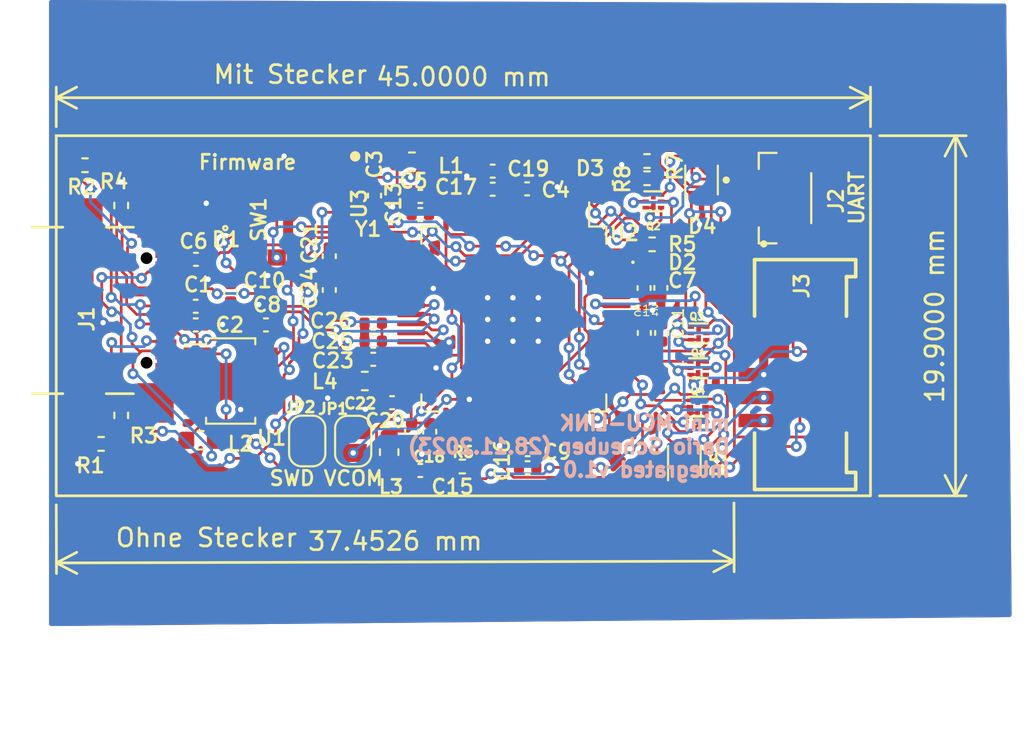
<source format=kicad_pcb>
(kicad_pcb (version 20221018) (generator pcbnew)
  (layers (0 "F.Cu" signal) (31 "B.Cu" signal) (34 "B.Paste" user) (35 "F.Paste" user) (36 "B.SilkS" user "B.Silkscreen") (37 "F.SilkS" user "F.Silkscreen") (38 "B.Mask" user) (39 "F.Mask" user) (44 "Edge.Cuts" user))
  (net 0 "")
  (net 1 "GND")
  (net 2 "+5V")
  (net 3 "/mini MCU-LINK Power and USB/MCU_VDDIO")
  (net 4 "/mini MCU-LINK Power and USB/USB_VBUS")
  (net 5 "+3V3")
  (net 6 "Net-(U2A-VBAT_DCDC)")
  (net 7 "/mini MCU-LINK Power and USB/Q-")
  (net 8 "Net-(U2A-FB)")
  (net 9 "/mini MCU-LINK Power and USB/Q+")
  (net 10 "/mini MCU-LINK Power and USB/USB_D-")
  (net 11 "/mini MCU-LINK Power and USB/USB_D+")
  (net 12 "/mini MCU-LINK Debug and UART interface/PIO0_5-ISP_EN-LED1_CTRL")
  (net 13 "Net-(D2-A)")
  (net 14 "/mini MCU-LINK Debug and UART interface/VCC")
  (net 15 "Net-(D3-A)")
  (net 16 "/mini MCU-LINK Debug and UART interface/DETECT")
  (net 17 "/mini MCU-LINK Debug and UART interface/TARGET_TXD")
  (net 18 "/mini MCU-LINK Debug and UART interface/RXD")
  (net 19 "/mini MCU-LINK Debug and UART interface/SWO")
  (net 20 "/mini MCU-LINK Debug and UART interface/SWCLK")
  (net 21 "/mini MCU-LINK Debug and UART interface/SWDIO")
  (net 22 "PROBE_SWDIO")
  (net 23 "Net-(J1-CC2)")
  (net 24 "PROBE_SWDCLK")
  (net 25 "Net-(J1-CC1)")
  (net 26 "/mini MCU-LINK Debug and UART interface/VCOM_DISABLE")
  (net 27 "/mini MCU-LINK Debug and UART interface/SWD_DISABLE")
  (net 28 "Net-(U2A-LX)")
  (net 29 "/mini MCU-LINK Debug and UART interface/RESET")
  (net 30 "/mini MCU-LINK Debug and UART interface/ISP_CTRL")
  (net 31 "Net-(U2B-USB1_VBUS)")
  (net 62 "/mini MCU-LINK Debug and UART interface/TARGET_RESET")
  (net 63 "/mini MCU-LINK Debug and UART interface/TARGET_ISP_CTRL")
  (net 64 "/mini MCU-LINK Debug and UART interface/TARGET_DETECT")
  (net 65 "/mini MCU-LINK Debug and UART interface/TARGET_RXD")
  (net 66 "/mini MCU-LINK Debug and UART interface/TARGET_SWO")
  (net 67 "/mini MCU-LINK Debug and UART interface/TARGET_SWCLK")
  (net 68 "/mini MCU-LINK Debug and UART interface/TARGET_SWDIO")
  (net 69 "/mini MCU-LINK Debug and UART interface/TXD")
  (footprint "Capacitor_SMD:C_0402_1005Metric" (layer "F.Cu") (at 113.09006 74.711492 -90)
    (fp_text reference "C3")
    (fp_text value "4u7")
  )
  (footprint "mculink:JST_BM03B-SRSS-TB_LF__SN_" (layer "F.Cu") (at 136.525 74.85 -90)
    (fp_text reference "J2")
    (fp_text value "BM03B-SRSS-TB")
  )
  (footprint "mculink:LQFP-64-1EP_10x10mm_P0.5mm_EP5x5mm" (layer "F.Cu") (at 120.79006 81.531492 -90)
    (fp_text reference "U2")
    (fp_text value "LPC55S69JBD64")
  )
  (footprint "mculink:SOT-89-5" (layer "F.Cu") (at 105.14006 84.956492)
    (fp_text reference "U1")
    (fp_text value "XC6227C331PR-G")
  )
  (footprint "mculink:SOT143B" (layer "F.Cu") (at 103.84006 75.006492 90)
    (fp_text reference "D1")
    (fp_text value "PRTR5V0U2X")
  )
  (footprint "Diode_SMD:Nexperia_DSN0603-2_0.6x0.3mm_P0.4mm" (layer "F.Cu") (at 125.7 74 180)
    (fp_text reference "D3")
    (fp_text value "PMEG3005AESFYL\n")
  )
  (footprint "Capacitor_SMD:C_0402_1005Metric" (layer "F.Cu") (at 103.22006 78.231492)
    (fp_text reference "C6")
    (fp_text value "10n")
  )
  (footprint "Capacitor_SMD:C_0402_1005Metric" (layer "F.Cu") (at 113.02006 83.756492 180)
    (fp_text reference "C23")
    (fp_text value "47p")
  )
  (footprint "Inductor_SMD:L_0603_1608Metric" (layer "F.Cu") (at 115.155787 72.837751 180)
    (fp_text reference "L1")
    (fp_text value "MI0603J601R-10")
  )
  (footprint "Jumper:SolderJumper-2_P1.3mm_Open_RoundedPad1.0x1.5mm" (layer "F.Cu") (at 111.91 88.28 90)
    (fp_text reference "JP1")
    (fp_text value "VCOM disable")
  )
  (footprint "Capacitor_SMD:C_0402_1005Metric" (layer "F.Cu") (at 121.551505 88.748605 180)
    (fp_text reference "C9")
    (fp_text value "100n")
  )
  (footprint "Resistor_SMD:R_0402_1005Metric" (layer "F.Cu") (at 99.09006 75.256492 -90)
    (fp_text reference "R4")
    (fp_text value "20k")
  )
  (footprint "Jumper:SolderJumper-2_P1.3mm_Open_RoundedPad1.0x1.5mm" (layer "F.Cu") (at 109.37 88.27 90)
    (fp_text reference "JP2")
    (fp_text value "SWD disable")
  )
  (footprint "mculink:SOT95P280X145-5N" (layer "F.Cu") (at 110.29006 74.031492 -90)
    (fp_text reference "U3")
    (fp_text value "STMPS2141STR")
  )
  (footprint "Capacitor_SMD:C_0402_1005Metric" (layer "F.Cu") (at 119.62006 73.356492 180)
    (fp_text reference "C19")
    (fp_text value "47p")
  )
  (footprint "Capacitor_SMD:C_0402_1005Metric" (layer "F.Cu") (at 119.62006 74.356492 180)
    (fp_text reference "C17")
    (fp_text value "100n")
  )
  (footprint "Capacitor_SMD:C_0402_1005Metric" (layer "F.Cu") (at 128.96 82.3 90)
    (fp_text reference "C11")
    (fp_text value "100n")
  )
  (footprint "Capacitor_SMD:C_0402_1005Metric" (layer "F.Cu") (at 116.14006 87.756492 -90)
    (fp_text reference "C18")
    (fp_text value "100n")
  )
  (footprint "Capacitor_SMD:C_0402_1005Metric" (layer "F.Cu") (at 107.09006 81.856492)
    (fp_text reference "C8")
    (fp_text value "100n")
  )
  (footprint "mculink:SOT1216" (layer "F.Cu") (at 131 82.325)
    (fp_text reference "Q3")
    (fp_text value "PMDXB290UNE")
  )
  (footprint "Resistor_SMD:R_0402_1005Metric" (layer "F.Cu") (at 117.94006 89.681492 180)
    (fp_text reference "R6")
    (fp_text value "10k")
  )
  (footprint "Capacitor_SMD:C_0402_1005Metric" (layer "F.Cu") (at 115.62006 75.756492 180)
    (fp_text reference "C13")
    (fp_text value "10n")
  )
  (footprint "Capacitor_SMD:C_0402_1005Metric" (layer "F.Cu") (at 121.52261 74.337651)
    (fp_text reference "C4")
    (fp_text value "100n")
  )
  (footprint "Capacitor_SMD:C_0402_1005Metric" (layer "F.Cu") (at 128 82.3 90)
    (fp_text reference "C14")
    (fp_text value "10n")
  )
  (footprint "Resistor_SMD:R_0402_1005Metric" (layer "F.Cu") (at 128.430635 77.402809)
    (fp_text reference "R5")
    (fp_text value "2k")
  )
  (footprint "Package_TO_SOT_SMD:SOT-666" (layer "F.Cu") (at 131.1625 73.85 90)
    (fp_text reference "D4")
    (fp_text value "PESD5V0L5UV")
  )
  (footprint "mculink:SOT1216" (layer "F.Cu") (at 130.975 84.25)
    (fp_text reference "Q1")
    (fp_text value "PMDXB290UNE")
  )
  (footprint "Resistor_SMD:R_0402_1005Metric" (layer "F.Cu") (at 97.98006 88.431492)
    (fp_text reference "R1")
    (fp_text value "5k1")
  )
  (footprint "Inductor_SMD:L_0603_1608Metric" (layer "F.Cu") (at 103.47756 88.231492 180)
    (fp_text reference "L2")
    (fp_text value "MI0603J601R-10")
  )
  (footprint "mculink:SOT1216" (layer "F.Cu") (at 128.5 75.025 180)
    (fp_text reference "Q2")
    (fp_text value "PMDXB290UNE")
  )
  (footprint "mculink:CX3225GA16000D0PTVCC" (layer "F.Cu") (at 112.54006 79.056492 -90)
    (fp_text reference "Y1")
    (fp_text value "16.000MHz")
  )
  (footprint "mculink:SW_C_K_KMR2" (layer "F.Cu") (at 106.89006 76.081492 -90)
    (fp_text reference "SW1")
    (fp_text value "KMR221GLFS")
  )
  (footprint "Package_TO_SOT_SMD:SOT-666" (layer "F.Cu") (at 130.2125 89.35 90)
    (fp_text reference "D5")
    (fp_text value "PESD5V0L5UV")
  )
  (footprint "LED_SMD:LED_0402_1005Metric" (layer "F.Cu") (at 128.460363 78.393724)
    (fp_text reference "D2")
    (fp_text value "LED_RED")
  )
  (footprint "Capacitor_SMD:C_0402_1005Metric" (layer "F.Cu") (at 103.21006 80.826492)
    (fp_text reference "C1")
    (fp_text value "10u")
  )
  (footprint "Capacitor_SMD:C_0402_1005Metric" (layer "F.Cu") (at 110.59006 78.056492 90)
    (fp_text reference "C21")
    (fp_text value "8p")
  )
  (footprint "Capacitor_SMD:C_0402_1005Metric" (layer "F.Cu") (at 110.59006 79.926492 -90)
    (fp_text reference "C24")
    (fp_text value "8p")
  )
  (footprint "Capacitor_SMD:C_0402_1005Metric" (layer "F.Cu") (at 115.62006 74.756492 180)
    (fp_text reference "C5")
    (fp_text value "100n")
  )
  (footprint "Capacitor_SMD:C_0402_1005Metric" (layer "F.Cu") (at 114.06006 86.156492)
    (fp_text reference "C22")
    (fp_text value "22u")
  )
  (footprint "mculink:SWD_Pin_Header_Straight_2x05_Pitch1.27mm_SMD" (layer "F.Cu") (at 136.6325 84.6 -90)
    (fp_text reference "J3")
    (fp_text value "Conn_02x05_Odd_Even")
  )
  (footprint "Capacitor_SMD:C_0402_1005Metric" (layer "F.Cu") (at 103.21006 81.856492)
    (fp_text reference "C2")
    (fp_text value "100n")
  )
  (footprint "Capacitor_SMD:C_0402_1005Metric" (layer "F.Cu") (at 121.551505 89.748605 180)
    (fp_text reference "C16")
    (fp_text value "10n")
  )
  (footprint "mculink:USB_C_Receptacle_GCT_USB4110-GF-A" (layer "F.Cu") (at 97.86506 81.056492 -90)
    (fp_text reference "J1")
    (fp_text value "USB4110-GF-A_REVB")
  )
  (footprint "Capacitor_SMD:C_0402_1005Metric" (layer "F.Cu") (at 127.99 79.82 -90)
    (fp_text reference "C12")
    (fp_text value "10n")
  )
  (footprint "Capacitor_SMD:C_0402_1005Metric" (layer "F.Cu") (at 115.14006 87.756492 -90)
    (fp_text reference "C20")
    (fp_text value "47p")
  )
  (footprint "mculink:SOT1216" (layer "F.Cu") (at 130.95 86.375)
    (fp_text reference "Q4")
    (fp_text value "PMDXB290UNE")
  )
  (footprint "Capacitor_SMD:C_0402_1005Metric" (layer "F.Cu") (at 128.912776 79.812521 -90)
    (fp_text reference "C7")
    (fp_text value "100n")
  )
  (footprint "Resistor_SMD:R_0402_1005Metric" (layer "F.Cu") (at 128.15 73.75)
    (fp_text reference "R8")
    (fp_text value "100k")
  )
  (footprint "Resistor_SMD:R_0402_1005Metric" (layer "F.Cu") (at 97.09006 73.031492 180)
    (fp_text reference "R2")
    (fp_text value "5k1")
  )
  (footprint "Resistor_SMD:R_0402_1005Metric" (layer "F.Cu") (at 99.09006 86.856492 -90)
    (fp_text reference "R3")
    (fp_text value "10k")
  )
  (footprint "Inductor_SMD:L_0603_1608Metric" (layer "F.Cu") (at 112.55256 84.956492 180)
    (fp_text reference "L4")
    (fp_text value "4u7")
  )
  (footprint "Capacitor_SMD:C_0402_1005Metric" (layer "F.Cu") (at 105.14006 80.076492 90)
    (fp_text reference "C10")
    (fp_text value "10u")
  )
  (footprint "Inductor_SMD:L_0603_1608Metric" (layer "F.Cu") (at 113.9 88.8875 90)
    (fp_text reference "L3")
    (fp_text value "MI0603J601R-10")
  )
  (footprint "Capacitor_SMD:C_0402_1005Metric" (layer "F.Cu") (at 113.02006 82.756492 180)
    (fp_text reference "C25")
    (fp_text value "100n")
  )
  (footprint "Resistor_SMD:R_0402_1005Metric" (layer "F.Cu") (at 128.15 72.8 180)
    (fp_text reference "R7")
    (fp_text value "100k")
  )
  (footprint "Capacitor_SMD:C_0402_1005Metric" (layer "F.Cu") (at 115.62 89.9)
    (fp_text reference "C15")
    (fp_text value "22u")
  )
  (footprint "Capacitor_SMD:C_0402_1005Metric" (layer "F.Cu") (at 113.02006 81.756492 180)
    (fp_text reference "C26")
    (fp_text value "22u")
  )
  (gr_rect (start 95.5 71.4) (end 140.5 91.3) (stroke (width 0.15)) (fill none) (layer "F.SilkS"))
  (gr_text "mini MCU-LINK\nDario Scheuber (28.11.2023)\nIntegrated v1.0" (at 132.84006 90.331492) (layer "B.SilkS") (effects (font (size 0.8 0.8) (thickness 0.2) bold) (justify left bottom mirror)))
  (gr_text "SWD" (at 107.2 90.8) (layer "F.SilkS") (effects (font (size 0.8 0.8)) (justify left bottom)))
  (gr_text "Ohne Stecker " (at 98.7 94.2) (layer "F.SilkS") (effects (font (size 1 1)) (justify left bottom)))
  (gr_text "Mit Stecker" (at 104.1 68.6) (layer "F.SilkS") (effects (font (size 1 1)) (justify left bottom)))
  (gr_text "Firmware" (at 103.29006 73.331492) (layer "F.SilkS") (effects (font (size 0.8 0.8) (thickness 0.15) bold) (justify left bottom)))
  (gr_text "VCOM" (at 110.2 90.8) (layer "F.SilkS") (effects (font (size 0.8 0.8)) (justify left bottom)))
  (gr_text "UART" (at 140.2 76.4 90) (layer "F.SilkS") (effects (font (size 0.8 0.8)) (justify left bottom)))
  (dimension (type aligned) (layer "F.SilkS") (pts (xy 95.5 91.3) (xy 132.9525 91.2)) (height 3.711196) (gr_text "37.4526 mm" (at 114.233088 93.811187 0.1529821597) (layer "F.SilkS") (effects (font (size 1 1) (thickness 0.15)))) (format (prefix "") (suffix "") (units 3) (units_format 1) (precision 4)) (style (thickness 0.15) (arrow_length 1.27) (text_position_mode 0) (extension_height 0.58642) (extension_offset 0.5) keep_text_aligned))
  (dimension (type aligned) (layer "F.SilkS") (pts (xy 140.5 91.3) (xy 140.5 71.4)) (height 4.7) (gr_text "19.9000 mm" (at 144.05 81.35 90) (layer "F.SilkS") (effects (font (size 1 1) (thickness 0.15)))) (format (prefix "") (suffix "") (units 3) (units_format 1) (precision 4)) (style (thickness 0.15) (arrow_length 1.27) (text_position_mode 0) (extension_height 0.58642) (extension_offset 0.5) keep_text_aligned))
  (dimension (type aligned) (layer "F.SilkS") (pts (xy 95.5 71.4) (xy 140.5 71.4)) (height -2.1) (gr_text "45.0000 mm" (at 118 68.15) (layer "F.SilkS") (effects (font (size 1 1) (thickness 0.15)))) (format (prefix "") (suffix "") (units 3) (units_format 1) (precision 4)) (style (thickness 0.15) (arrow_length 1.27) (text_position_mode 0) (extension_height 0.58642) (extension_offset 0.5) keep_text_aligned))
  (segment (start 107.19006 79.131492) (end 106.19006 78.131492) (width 0.15) (layer "F.Cu") (net 1))
  (segment (start 99.09006 73.981492) (end 99.06456 73.955992) (width 0.15) (layer "F.Cu") (net 1))
  (segment (start 119.54006 74.756492) (end 119.14006 74.356492) (width 0.15) (layer "F.Cu") (net 1))
  (segment (start 118.329637 85.970363) (end 118.503195 85.970363) (width 0.15) (layer "F.Cu") (net 1))
  (segment (start 125.69006 77.781492) (end 126.46506 77.781492) (width 0.15) (layer "F.Cu") (net 1))
  (segment (start 113.113974 86.516594) (end 113.288872 86.691492) (width 0.15) (layer "F.Cu") (net 1))
  (segment (start 115.11506 80.281492) (end 115.899549 80.281492) (width 0.15) (layer "F.Cu") (net 1))
  (segment (start 113.288872 86.691492) (end 114.00506 86.691492) (width 0.15) (layer "F.Cu") (net 1))
  (segment (start 100.99006 85.431492) (end 100.99006 86.166492) (width 0.6) (layer "F.Cu") (net 1))
  (segment (start 112.583406 86.516594) (end 113.113974 86.516594) (width 0.15) (layer "F.Cu") (net 1))
  (segment (start 107.041532 80.731492) (end 107.57006 81.26002) (width 0.15) (layer "F.Cu") (net 1))
  (segment (start 101.59006 77.331492) (end 100.99006 76.731492) (width 0.6) (layer "F.Cu") (net 1))
  (segment (start 119.54006 75.856492) (end 119.54006 74.756492) (width 0.15) (layer "F.Cu") (net 1))
  (segment (start 119.04006 86.507228) (end 119.04006 87.206492) (width 0.15) (layer "F.Cu") (net 1))
  (segment (start 115.973333 82.281492) (end 116.499312 82.807471) (width 0.15) (layer "F.Cu") (net 1))
  (segment (start 100.99006 76.731492) (end 100.99006 75.946492) (width 0.6) (layer "F.Cu") (net 1))
  (segment (start 106.19006 78.131492) (end 106.09006 78.131492) (width 0.15) (layer "F.Cu") (net 1))
  (segment (start 110.59006 80.406492) (end 109.69006 79.506492) (width 0.15) (layer "F.Cu") (net 1))
  (segment (start 101.56006 84.256492) (end 101.56006 84.861492) (width 0.6) (layer "F.Cu") (net 1))
  (segment (start 108.31506 76.081492) (end 108.59006 76.081492) (width 0.15) (layer "F.Cu") (net 1))
  (segment (start 97.06006 75.946492) (end 97.06006 86.166492) (width 1) (layer "F.Cu") (net 1))
  (segment (start 101.59006 77.813992) (end 101.59006 77.331492) (width 0.6) (layer "F.Cu") (net 1))
  (segment (start 114.00506 86.691492) (end 114.54006 86.156492) (width 0.15) (layer "F.Cu") (net 1))
  (segment (start 109.69006 78.476492) (end 109.69006 78.831492) (width 0.15) (layer "F.Cu") (net 1))
  (segment (start 103.79006 75.131492) (end 101.80506 75.131492) (width 0.6) (layer "F.Cu") (net 1))
  (segment (start 99.09006 74.746492) (end 99.09006 73.981492) (width 0.15) (layer "F.Cu") (net 1))
  (segment (start 109.69006 79.506492) (end 109.69006 78.831492) (width 0.15) (layer "F.Cu") (net 1))
  (segment (start 108.59006 76.081492) (end 109.34006 75.331492) (width 0.15) (layer "F.Cu") (net 1))
  (segment (start 115.11506 82.281492) (end 115.973333 82.281492) (width 0.15) (layer "F.Cu") (net 1))
  (segment (start 125.07006 78.401492) (end 125.69006 77.781492) (width 0.15) (layer "F.Cu") (net 1))
  (segment (start 101.80506 75.131492) (end 100.99006 75.946492) (width 0.15) (layer "F.Cu") (net 1))
  (segment (start 125.07006 79.001492) (end 125.07006 78.401492) (width 0.15) (layer "F.Cu") (net 1))
  (segment (start 118.503195 85.970363) (end 119.04006 86.507228) (width 0.15) (layer "F.Cu") (net 1))
  (segment (start 110.59006 77.576492) (end 109.69006 78.476492) (width 0.15) (layer "F.Cu") (net 1))
  (segment (start 104.87506 79.331492) (end 103.89006 79.331492) (width 0.15) (layer "F.Cu") (net 1))
  (segment (start 101.56006 84.861492) (end 100.99006 85.431492) (width 0.6) (layer "F.Cu") (net 1))
  (segment (start 116.499312 82.807471) (end 117.213799 82.807471) (width 0.15) (layer "F.Cu") (net 1))
  (segment (start 97.60006 72.841492) (end 97.60006 73.031492) (width 0.15) (layer "F.Cu") (net 1))
  (segment (start 106.69006 80.731492) (end 107.041532 80.731492) (width 0.15) (layer "F.Cu") (net 1))
  (segment (start 107.57006 81.26002) (end 107.57006 81.856492) (width 0.15) (layer "F.Cu") (net 1))
  (segment (start 101.54756 77.856492) (end 101.59006 77.813992) (width 0.6) (layer "F.Cu") (net 1))
  (segment (start 115.899549 80.281492) (end 116.33956 79.841481) (width 0.15) (layer "F.Cu") (net 1))
  (segment (start 105.14006 79.596492) (end 104.87506 79.331492) (width 0.15) (layer "F.Cu") (net 1))
  (via (at 112.583406 86.516594) (size 0.6) (drill 0.3) (layers "F.Cu" "B.Cu") (net 1))
  (via (at 109.69006 78.831492) (size 0.6) (drill 0.3) (layers "F.Cu" "B.Cu") (net 1))
  (via (at 134.6 84.6) (size 0.6) (drill 0.3) (layers "F.Cu" "B.Cu") (net 1))
  (via (at 120.74006 81.556492) (size 0.6) (drill 0.3) (layers "F.Cu" "B.Cu") (net 1))
  (via (at 116.49006 84.231492) (size 0.6) (drill 0.3) (layers "F.Cu" "B.Cu") (net 1))
  (via (at 120.74006 82.756492) (size 0.6) (drill 0.3) (layers "F.Cu" "B.Cu") (net 1))
  (via (at 131.05 76.3) (size 0.6) (drill 0.3) (layers "F.Cu" "B.Cu") (net 1))
  (via (at 117.213799 82.807471) (size 0.6) (drill 0.3) (layers "F.Cu" "B.Cu") (net 1))
  (via (at 103.79006 75.131492) (size 0.6) (drill 0.3) (layers "F.Cu" "B.Cu") (net 1))
  (via (at 103.89006 79.331492) (size 0.6) (drill 0.3) (layers "F.Cu" "B.Cu") (net 1))
  (via (at 125.07006 79.001492) (size 0.6) (drill 0.3) (layers "F.Cu" "B.Cu") (net 1))
  (via (at 120.74006 80.356492) (size 0.6) (drill 0.3) (layers "F.Cu" "B.Cu") (net 1))
  (via (at 98.09006 81.731492) (size 0.6) (drill 0.3) (layers "F.Cu" "B.Cu") (net 1))
  (via (at 107.19006 79.131492) (size 0.6) (drill 0.3) (layers "F.Cu" "B.Cu") (net 1))
  (via (at 114.09006 75.331492) (size 0.6) (drill 0.3) (layers "F.Cu" "B.Cu") (net 1))
  (via (at 122.14006 82.756492) (size 0.6) (drill 0.3) (layers "F.Cu" "B.Cu") (net 1))
  (via (at 126.75 73) (size 0.6) (drill 0.3) (layers "F.Cu" "B.Cu") (net 1))
  (via (at 108.09006 72.531492) (size 0.6) (drill 0.3) (layers "F.Cu" "B.Cu") (net 1))
  (via (at 115.7 89) (size 0.6) (drill 0.3) (layers "F.Cu" "B.Cu") (net 1))
  (via (at 118.19006 73.631492) (size 0.6) (drill 0.3) (layers "F.Cu" "B.Cu") (net 1))
  (via (at 122.14006 81.556492) (size 0.6) (drill 0.3) (layers "F.Cu" "B.Cu") (net 1))
  (via (at 96.69006 89.531492) (size 0.6) (drill 0.3) (layers "F.Cu" "B.Cu") (net 1))
  (via (at 128.446492 81.042774) (size 0.6) (drill 0.3) (layers "F.Cu" "B.Cu") (net 1))
  (via (at 123.19006 74.231492) (size 0.6) (drill 0.3) (layers "F.Cu" "B.Cu") (net 1))
  (via (at 116.33956 79.841481) (size 0.6) (drill 0.3) (layers "F.Cu" "B.Cu") (net 1))
  (via (at 99.06456 73.955992) (size 0.6) (drill 0.3) (layers "F.Cu" "B.Cu") (net 1))
  (via (at 105.69006 86.531492) (size 0.6) (drill 0.3) (layers "F.Cu" "B.Cu") (net 1))
  (via (at 110.5 85.9) (size 0.6) (drill 0.3) (layers "F.Cu" "B.Cu") (net 1))
  (via (at 122.14006 80.356492) (size 0.6) (drill 0.3) (layers "F.Cu" "B.Cu") (net 1))
  (via (at 119.99006 88.531492) (size 0.6) (drill 0.3) (layers "F.Cu" "B.Cu") (net 1))
  (via (at 119.34006 80.356492) (size 0.6) (drill 0.3) (layers "F.Cu" "B.Cu") (net 1))
  (via (at 119.34006 81.556492) (size 0.6) (drill 0.3) (layers "F.Cu" "B.Cu") (net 1))
  (via (at 118.329637 85.970363) (size 0.6) (drill 0.3) (layers "F.Cu" "B.Cu") (net 1))
  (via (at 104.69006 81.831492) (size 0.6) (drill 0.3) (layers "F.Cu" "B.Cu") (net 1))
  (via (at 119.34006 82.756492) (size 0.6) (drill 0.3) (layers "F.Cu" "B.Cu") (net 1))
  (via (at 106.69006 80.731492) (size 0.6) (drill 0.3) (layers "F.Cu" "B.Cu") (net 1))
  (segment (start 129.555412 75.025) (end 128.925 75.025) (width 0.15) (layer "F.Cu") (net 2))
  (segment (start 99.09006 87.831492) (end 99.39056 88.131992) (width 0.15) (layer "F.Cu") (net 2))
  (segment (start 118.296552 90.5) (end 118.44006 90.356492) (width 0.15) (layer "F.Cu") (net 2))
  (segment (start 131.9995 86.758744) (end 131.9995 86.6245) (width 0.15) (layer "F.Cu") (net 2))
  (segment (start 129.5 79.131421) (end 129.5 75.186658) (width 0.15) (layer "F.Cu") (net 2))
  (segment (start 119.247662 90.356492) (end 119.518559 90.085595) (width 0.15) (layer "F.Cu") (net 2))
  (segment (start 131.850236 82.325) (end 131.425 82.325) (width 0.15) (layer "F.Cu") (net 2))
  (segment (start 107.32006 89.201492) (end 108.618568 90.5) (width 0.15) (layer "F.Cu") (net 2))
  (segment (start 130.2 82.325) (end 130.575 82.325) (width 0.15) (layer "F.Cu") (net 2))
  (segment (start 129.865741 84.390454) (end 130.006195 84.25) (width 0.15) (layer "F.Cu") (net 2))
  (segment (start 105.96506 87.846492) (end 106.549182 88.430614) (width 0.15) (layer "F.Cu") (net 2))
  (segment (start 130.289458 81.153005) (end 130.289458 79.920879) (width 0.15) (layer "F.Cu") (net 2))
  (segment (start 101.031849 88.131992) (end 101.256349 88.356492) (width 0.15) (layer "F.Cu") (net 2))
  (segment (start 99.39056 88.131992) (end 101.031849 88.131992) (width 0.15) (layer "F.Cu") (net 2))
  (segment (start 131.75 86.375) (end 131.375 86.375) (width 0.15) (layer "F.Cu") (net 2))
  (segment (start 131.92787 84.25) (end 131.4 84.25) (width 0.15) (layer "F.Cu") (net 2))
  (segment (start 108.618568 90.5) (end 118.296552 90.5) (width 0.15) (layer "F.Cu") (net 2))
  (segment (start 102.54006 88.356492) (end 103.41506 87.481492) (width 0.15) (layer "F.Cu") (net 2))
  (segment (start 130.289458 79.920879) (end 129.5 79.131421) (width 0.15) (layer "F.Cu") (net 2))
  (segment (start 131.977246 84.200624) (end 131.92787 84.25) (width 0.15) (layer "F.Cu") (net 2))
  (segment (start 103.41506 87.481492) (end 104.89006 87.481492) (width 0.15) (layer "F.Cu") (net 2))
  (segment (start 130.525 86.375) (end 130.006725 86.375) (width 0.15) (layer "F.Cu") (net 2))
  (segment (start 122.788618 89.731492) (end 125.59006 89.731492) (width 0.15) (layer "F.Cu") (net 2))
  (segment (start 103.29006 82.416492) (end 102.73006 81.856492) (width 0.15) (layer "F.Cu") (net 2))
  (segment (start 130.006195 84.25) (end 130.55 84.25) (width 0.15) (layer "F.Cu") (net 2))
  (segment (start 127.475 75.025) (end 128.075 75.025) (width 0.15) (layer "F.Cu") (net 2))
  (segment (start 129.608535 75.078123) (end 129.636658 75.05) (width 0.15) (layer "F.Cu") (net 2))
  (segment (start 130.006725 86.375) (end 129.832225 86.5495) (width 0.15) (layer "F.Cu") (net 2))
  (segment (start 127.4 75.1) (end 127.475 75.025) (width 0.15) (layer "F.Cu") (net 2))
  (segment (start 99.09006 87.366492) (end 99.09006 87.831492) (width 0.15) (layer "F.Cu") (net 2))
  (segment (start 131.9995 86.6245) (end 131.75 86.375) (width 0.15) (layer "F.Cu") (net 2))
  (segment (start 118.45006 89.681492) (end 118.45006 90.346492) (width 0.15) (layer "F.Cu") (net 2))
  (segment (start 129.636658 75.05) (end 129.75 75.05) (width 0.15) (layer "F.Cu") (net 2))
  (segment (start 122.761005 89.759105) (end 122.788618 89.731492) (width 0.15) (layer "F.Cu") (net 2))
  (segment (start 118.45006 90.346492) (end 118.44006 90.356492) (width 0.15) (layer "F.Cu") (net 2))
  (segment (start 129.837014 81.811041) (end 129.837014 81.962014) (width 0.15) (layer "F.Cu") (net 2))
  (segment (start 118.44006 90.356492) (end 119.247662 90.356492) (width 0.15) (layer "F.Cu") (net 2))
  (segment (start 129.837014 81.962014) (end 130.2 82.325) (width 0.15) (layer "F.Cu") (net 2))
  (segment (start 104.89006 83.456492) (end 103.29006 83.456492) (width 0.15) (layer "F.Cu") (net 2))
  (segment (start 129.5 75.186658) (end 129.608535 75.078123) (width 0.15) (layer "F.Cu") (net 2))
  (segment (start 129.608535 75.078123) (end 129.555412 75.025) (width 0.15) (layer "F.Cu") (net 2))
  (segment (start 129.817463 81.625) (end 130.289458 81.153005) (width 0.15) (layer "F.Cu") (net 2))
  (segment (start 132.050736 82.1245) (end 131.850236 82.325) (width 0.15) (layer "F.Cu") (net 2))
  (segment (start 105.96506 87.481492) (end 105.96506 87.846492) (width 0.15) (layer "F.Cu") (net 2))
  (segment (start 105.96506 87.481492) (end 106.99006 86.456492) (width 0.15) (layer "F.Cu") (net 2))
  (segment (start 103.29006 83.456492) (end 103.29006 82.416492) (width 0.15) (layer "F.Cu") (net 2))
  (segment (start 104.89006 87.481492) (end 104.89006 86.405992) (width 0.15) (layer "F.Cu") (net 2))
  (segment (start 101.256349 88.356492) (end 102.54006 88.356492) (width 0.15) (layer "F.Cu") (net 2))
  (segment (start 104.89006 87.481492) (end 105.96506 87.481492) (width 0.15) (layer "F.Cu") (net 2))
  (segment (start 102.73006 81.856492) (end 102.73006 80.826492) (width 0.15) (layer "F.Cu") (net 2))
  (via (at 122.761005 89.759105) (size 0.6) (drill 0.3) (layers "F.Cu" "B.Cu") (net 2))
  (via (at 125.59006 89.731492) (size 0.6) (drill 0.3) (layers "F.Cu" "B.Cu") (net 2))
  (via (at 127.4 75.1) (size 0.6) (drill 0.3) (layers "F.Cu" "B.Cu") (net 2))
  (via (at 131.977246 84.200624) (size 0.6) (drill 0.3) (layers "F.Cu" "B.Cu") (net 2))
  (via (at 104.89006 83.456492) (size 0.6) (drill 0.3) (layers "F.Cu" "B.Cu") (net 2))
  (via (at 107.32006 89.201492) (size 0.6) (drill 0.3) (layers "F.Cu" "B.Cu") (net 2))
  (via (at 129.832225 86.5495) (size 0.6) (drill 0.3) (layers "F.Cu" "B.Cu") (net 2))
  (via (at 129.865741 84.390454) (size 0.6) (drill 0.3) (layers "F.Cu" "B.Cu") (net 2))
  (via (at 129.608535 75.078123) (size 0.6) (drill 0.3) (layers "F.Cu" "B.Cu") (net 2))
  (via (at 129.837014 81.811041) (size 0.6) (drill 0.3) (layers "F.Cu" "B.Cu") (net 2))
  (via (at 127.2 88.7) (size 0.6) (drill 0.3) (layers "F.Cu" "B.Cu") (net 2))
  (via (at 131.9995 86.758744) (size 0.6) (drill 0.3) (layers "F.Cu" "B.Cu") (net 2))
  (via (at 119.518559 90.085595) (size 0.6) (drill 0.3) (layers "F.Cu" "B.Cu") (net 2))
  (via (at 132.050736 82.1245) (size 0.6) (drill 0.3) (layers "F.Cu" "B.Cu") (net 2))
  (via (at 104.89006 86.53) (size 0.6) (drill 0.3) (layers "F.Cu" "B.Cu") (net 2))
  (via (at 106.549182 88.430614) (size 0.6) (drill 0.3) (layers "F.Cu" "B.Cu") (net 2))
  (segment (start 128.412169 87.287831) (end 129.1505 86.5495) (width 0.15) (layer "B.Cu") (net 2))
  (segment (start 127.421877 75.078123) (end 127.4 75.1) (width 0.15) (layer "B.Cu") (net 2))
  (segment (start 128.412169 87.634127) (end 128.412169 87.287831) (width 0.15) (layer "B.Cu") (net 2))
  (segment (start 104.89006 86.405992) (end 104.89006 83.456492) (width 0.15) (layer "B.Cu") (net 2))
  (segment (start 129.608535 75.078123) (end 127.421877 75.078123) (width 0.15) (layer "B.Cu") (net 2))
  (segment (start 130.200956 84.725669) (end 129.865741 84.390454) (width 0.15) (layer "B.Cu") (net 2))
  (segment (start 130.200956 86.180769) (end 130.200956 84.725669) (width 0.15) (layer "B.Cu") (net 2))
  (segment (start 127.2 88.7) (end 127.1 88.8) (width 0.15) (layer "B.Cu") (net 2))
  (segment (start 131.977246 84.200624) (end 130.055571 84.200624) (width 0.15) (layer "B.Cu") (net 2))
  (segment (start 126.168508 89.731492) (end 127.2 88.7) (width 0.15) (layer "B.Cu") (net 2))
  (segment (start 129.832225 86.5495) (end 130.200956 86.180769) (width 0.15) (layer "B.Cu") (net 2))
  (segment (start 125.59006 89.731492) (end 126.168508 89.731492) (width 0.15) (layer "B.Cu") (net 2))
  (segment (start 130.055571 84.200624) (end 129.865741 84.390454) (width 0.15) (layer "B.Cu") (net 2))
  (segment (start 131.790256 86.5495) (end 129.832225 86.5495) (width 0.15) (layer "B.Cu") (net 2))
  (segment (start 131.9995 86.758744) (end 131.790256 86.5495) (width 0.15) (layer "B.Cu") (net 2))
  (segment (start 129.375 83.899713) (end 129.375 82.273055) (width 0.15) (layer "B.Cu") (net 2))
  (segment (start 130.325973 82.3) (end 129.837014 81.811041) (width 0.15) (layer "B.Cu") (net 2))
  (segment (start 129.865741 84.390454) (end 129.375 83.899713) (width 0.15) (layer "B.Cu") (net 2))
  (segment (start 127.346296 88.7) (end 128.412169 87.634127) (width 0.15) (layer "B.Cu") (net 2))
  (segment (start 127.2 88.7) (end 127.346296 88.7) (width 0.15) (layer "B.Cu") (net 2))
  (segment (start 129.1505 86.5495) (end 129.832225 86.5495) (width 0.15) (layer "B.Cu") (net 2))
  (segment (start 131.875236 82.3) (end 130.325973 82.3) (width 0.15) (layer "B.Cu") (net 2))
  (segment (start 119.518559 90.085595) (end 122.434515 90.085595) (width 0.15) (layer "B.Cu") (net 2))
  (segment (start 129.375 82.273055) (end 129.837014 81.811041) (width 0.15) (layer "B.Cu") (net 2))
  (segment (start 122.434515 90.085595) (end 122.761005 89.759105) (width 0.15) (layer "B.Cu") (net 2))
  (segment (start 129.865741 84.42005) (end 129.865741 84.390454) (width 0.15) (layer "B.Cu") (net 2))
  (segment (start 106.549182 88.430614) (end 107.32006 89.201492) (width 0.15) (layer "B.Cu") (net 2))
  (segment (start 132.050736 82.1245) (end 131.875236 82.3) (width 0.15) (layer "B.Cu") (net 2))
  (segment (start 117.89006 82.481492) (end 117.89006 84.231492) (width 0.15) (layer "F.Cu") (net 3))
  (segment (start 124.706682 82.105651) (end 124.706682 80.340606) (width 0.15) (layer "F.Cu") (net 3))
  (segment (start 126.46506 79.281492) (end 127.164324 79.281492) (width 0.15) (layer "F.Cu") (net 3))
  (segment (start 128.96 82.78) (end 126.466552 82.78) (width 0.15) (layer "F.Cu") (net 3))
  (segment (start 124.91506 82.781492) (end 122.04006 85.656492) (width 0.15) (layer "F.Cu") (net 3))
  (segment (start 122.04006 85.656492) (end 122.04006 87.206492) (width 0.15) (layer "F.Cu") (net 3))
  (segment (start 120.739324 76.856492) (end 121.04006 76.555756) (width 0.15) (layer "F.Cu") (net 3))
  (segment (start 121.81506 86.206492) (end 122.04006 86.431492) (width 0.15) (layer "F.Cu") (net 3))
  (segment (start 115.814324 82.781492) (end 115.11506 82.781492) (width 0.15) (layer "F.Cu") (net 3))
  (segment (start 124.915767 82.781492) (end 124.931682 82.765577) (width 0.15) (layer "F.Cu") (net 3))
  (segment (start 122.04006 86.431492) (end 122.04006 87.206492) (width 0.15) (layer "F.Cu") (net 3))
  (segment (start 117.26506 76.856492) (end 120.739324 76.856492) (width 0.15) (layer "F.Cu") (net 3))
  (segment (start 124.931682 82.330651) (end 124.706682 82.105651) (width 0.15) (layer "F.Cu") (net 3))
  (segment (start 113.10006 74.221492) (end 114.34006 74.221492) (width 0.15) (layer "F.Cu") (net 3))
  (segment (start 116.10006 75.756492) (end 116.94006 75.756492) (width 0.15) (layer "F.Cu") (net 3))
  (segment (start 114.34006 74.221492) (end 115.56506 74.221492) (width 0.15) (layer "F.Cu") (net 3))
  (segment (start 121.03795 74.332991) (end 121.04261 74.337651) (width 0.15) (layer "F.Cu") (net 3))
  (segment (start 124.706682 80.340606) (end 125.765796 79.281492) (width 0.15) (layer "F.Cu") (net 3))
  (segment (start 121.04006 76.555756) (end 121.04006 75.856492) (width 0.15) (layer "F.Cu") (net 3))
  (segment (start 114.34006 72.731492) (end 114.34006 74.221492) (width 0.15) (layer "F.Cu") (net 3))
  (segment (start 116.10006 75.756492) (end 116.10006 74.756492) (width 0.15) (layer "F.Cu") (net 3))
  (segment (start 128.9 79.34) (end 126.523568 79.34) (width 0.15) (layer "F.Cu") (net 3))
  (segment (start 126.46506 82.781492) (end 124.915767 82.781492) (width 0.15) (layer "F.Cu") (net 3))
  (segment (start 125.765796 79.281492) (end 126.46506 79.281492) (width 0.15) (layer "F.Cu") (net 3))
  (segment (start 113.09006 74.231492) (end 113.10006 74.221492) (width 0.15) (layer "F.Cu") (net 3))
  (segment (start 117.89006 79.431492) (end 117.89006 82.481492) (width 0.15) (layer "F.Cu") (net 3))
  (segment (start 117.04006 76.631492) (end 117.26506 76.856492) (width 0.15) (layer "F.Cu") (net 3))
  (segment (start 124.931682 82.765577) (end 124.931682 82.330651) (width 0.15) (layer "F.Cu") (net 3))
  (segment (start 126.466552 82.78) (end 126.46506 82.781492) (width 0.15) (layer "F.Cu") (net 3))
  (segment (start 117.04006 78.581492) (end 117.89006 79.431492) (width 0.15) (layer "F.Cu") (net 3))
  (segment (start 115.56506 74.221492) (end 116.10006 74.756492) (width 0.15) (layer "F.Cu") (net 3))
  (segment (start 117.89006 84.231492) (end 119.86506 86.206492) (width 0.15) (layer "F.Cu") (net 3))
  (segment (start 126.523568 79.34) (end 126.46506 79.281492) (width 0.15) (layer "F.Cu") (net 3))
  (segment (start 116.94006 75.756492) (end 117.04006 75.856492) (width 0.15) (layer "F.Cu") (net 3))
  (segment (start 117.04006 75.856492) (end 117.04006 76.631492) (width 0.15) (layer "F.Cu") (net 3))
  (segment (start 126.473467 82.789899) (end 126.46506 82.781492) (width 0.15) (layer "F.Cu") (net 3))
  (segment (start 126.46506 82.781492) (end 124.91506 82.781492) (width 0.15) (layer "F.Cu") (net 3))
  (segment (start 117.04006 75.856492) (end 117.04006 78.581492) (width 0.15) (layer "F.Cu") (net 3))
  (segment (start 122.031505 87.215047) (end 122.04006 87.206492) (width 0.15) (layer "F.Cu") (net 3))
  (segment (start 116.564324 83.531492) (end 115.814324 82.781492) (width 0.15) (layer "F.Cu") (net 3))
  (segment (start 117.89006 83.531492) (end 116.564324 83.531492) (width 0.15) (layer "F.Cu") (net 3))
  (segment (start 122.031505 89.748605) (end 122.031505 87.215047) (width 0.15) (layer "F.Cu") (net 3))
  (segment (start 121.04261 74.337651) (end 121.04261 75.853942) (width 0.15) (layer "F.Cu") (net 3))
  (segment (start 117.89006 82.481492) (end 117.89006 83.531492) (width 0.15) (layer "F.Cu") (net 3))
  (segment (start 121.04261 75.853942) (end 121.04006 75.856492) (width 0.15) (layer "F.Cu") (net 3))
  (segment (start 119.86506 86.206492) (end 121.81506 86.206492) (width 0.15) (layer "F.Cu") (net 3))
  (segment (start 99.69006 82.906492) (end 100.147612 83.364044) (width 0.15) (layer "F.Cu") (net 4))
  (segment (start 102.74006 76.056492) (end 102.84006 75.956492) (width 0.15) (layer "F.Cu") (net 4))
  (segment (start 101.39606 83.292492) (end 101.56006 83.456492) (width 0.15) (layer "F.Cu") (net 4))
  (segment (start 100.557809 78.931492) (end 102.04006 78.931492) (width 0.15) (layer "F.Cu") (net 4))
  (segment (start 102.74006 78.231492) (end 102.74006 76.056492) (width 0.15) (layer "F.Cu") (net 4))
  (segment (start 100.21456 79.274741) (end 100.557809 78.931492) (width 0.15) (layer "F.Cu") (net 4))
  (segment (start 99.74006 84.556492) (end 99.74006 83.771596) (width 0.15) (layer "F.Cu") (net 4))
  (segment (start 104.09006 88.381492) (end 104.11506 88.356492) (width 0.15) (layer "F.Cu") (net 4))
  (segment (start 100.147612 83.364044) (end 100.219164 83.292492) (width 0.15) (layer "F.Cu") (net 4))
  (segment (start 100.219164 83.292492) (end 101.39606 83.292492) (width 0.15) (layer "F.Cu") (net 4))
  (segment (start 98.56556 81.131492) (end 98.01556 80.581492) (width 0.15) (layer "F.Cu") (net 4))
  (segment (start 102.04006 78.931492) (end 102.74006 78.231492) (width 0.15) (layer "F.Cu") (net 4))
  (segment (start 104.09006 89.106992) (end 104.09006 88.381492) (width 0.15) (layer "F.Cu") (net 4))
  (segment (start 98.01556 80.581492) (end 98.01556 79.231492) (width 0.15) (layer "F.Cu") (net 4))
  (segment (start 99.69006 82.531992) (end 99.69006 82.906492) (width 0.15) (layer "F.Cu") (net 4))
  (segment (start 99.74006 83.771596) (end 100.147612 83.364044) (width 0.15) (layer "F.Cu") (net 4))
  (via (at 100.21456 79.274741) (size 0.6) (drill 0.3) (layers "F.Cu" "B.Cu") (net 4))
  (via (at 98.56556 81.131492) (size 0.6) (drill 0.3) (layers "F.Cu" "B.Cu") (net 4))
  (via (at 98.01556 79.231492) (size 0.6) (drill 0.3) (layers "F.Cu" "B.Cu") (net 4))
  (via (at 99.74006 84.556492) (size 0.6) (drill 0.3) (layers "F.Cu" "B.Cu") (net 4))
  (via (at 104.09006 89.106992) (size 0.6) (drill 0.3) (layers "F.Cu" "B.Cu") (net 4))
  (via (at 99.69006 82.531992) (size 0.6) (drill 0.3) (layers "F.Cu" "B.Cu") (net 4))
  (segment (start 100.21456 79.274741) (end 100.171311 79.231492) (width 0.15) (layer "B.Cu") (net 4))
  (segment (start 98.890796 81.131492) (end 98.56556 81.131492) (width 0.15) (layer "B.Cu") (net 4))
  (segment (start 99.599198 82.44113) (end 99.599198 81.839894) (width 0.15) (layer "B.Cu") (net 4))
  (segment (start 104.09006 88.731492) (end 99.91506 84.556492) (width 0.15) (layer "B.Cu") (net 4))
  (segment (start 99.599198 81.839894) (end 98.890796 81.131492) (width 0.15) (layer "B.Cu") (net 4))
  (segment (start 99.69006 82.531992) (end 99.599198 82.44113) (width 0.15) (layer "B.Cu") (net 4))
  (segment (start 104.09006 89.106992) (end 104.09006 88.731492) (width 0.15) (layer "B.Cu") (net 4))
  (segment (start 100.171311 79.231492) (end 98.01556 79.231492) (width 0.15) (layer "B.Cu") (net 4))
  (segment (start 99.91506 84.556492) (end 99.74006 84.556492) (width 0.15) (layer "B.Cu") (net 4))
  (segment (start 119.56506 72.821492) (end 117.35006 72.821492) (width 0.15) (layer "F.Cu") (net 5))
  (segment (start 116.496319 72.837751) (end 116.91506 73.256492) (width 0.15) (layer "F.Cu") (net 5))
  (segment (start 117.35006 72.821492) (end 116.91506 73.256492) (width 0.15) (layer "F.Cu") (net 5))
  (segment (start 108.39006 83.955756) (end 108.39006 84.331492) (width 0.15) (layer "F.Cu") (net 5))
  (segment (start 111.24006 75.331492) (end 111.24006 74.781492) (width 0.15) (layer "F.Cu") (net 5))
  (segment (start 108.08906 84.632492) (end 108.08906 86.98906) (width 0.15) (layer "F.Cu") (net 5))
  (segment (start 126.469301 77.160734) (end 127.740734 77.160734) (width 0.15) (layer "F.Cu") (net 5))
  (segment (start 125.298304 75.291696) (end 125.298304 75.681492) (width 0.15) (layer "F.Cu") (net 5))
  (segment (start 105.14006 81.156492) (end 105.84006 81.856492) (width 0.15) (layer "F.Cu") (net 5))
  (segment (start 109.811932 77.612864) (end 108.89006 78.534736) (width 0.15) (layer "F.Cu") (net 5))
  (segment (start 125.298304 75.415472) (end 123.239324 73.356492) (width 0.15) (layer "F.Cu") (net 5))
  (segment (start 110.19006 75.631492) (end 110.94006 75.631492) (width 0.15) (layer "F.Cu") (net 5))
  (segment (start 127.64 73.75) (end 126.84 73.75) (width 0.15) (layer "F.Cu") (net 5))
  (segment (start 117.54006 73.881492) (end 117.54006 75.856492) (width 0.15) (layer "F.Cu") (net 5))
  (segment (start 120.54006 74.796492) (end 120.54006 75.856492) (width 0.15) (layer "F.Cu") (net 5))
  (segment (start 108.89006 79.506709) (end 109.424334 80.040983) (width 0.15) (layer "F.Cu") (net 5))
  (segment (start 109.274695 90.1) (end 113.475 90.1) (width 0.15) (layer "F.Cu") (net 5))
  (segment (start 107.723304 83.456492) (end 108.087852 83.091944) (width 0.15) (layer "F.Cu") (net 5))
  (segment (start 120.10006 73.356492) (end 120.10006 75.796492) (width 0.15) (layer "F.Cu") (net 5))
  (segment (start 126.84 73.75) (end 125.298304 75.291696) (width 0.15) (layer "F.Cu") (net 5))
  (segment (start 108.371416 87.271416) (end 108.371416 89.196721) (width 0.15) (layer "F.Cu") (net 5))
  (segment (start 109.137352 82.331492) (end 108.912852 82.555992) (width 0.15) (layer "F.Cu") (net 5))
  (segment (start 110.94006 75.631492) (end 111.24006 75.331492) (width 0.15) (layer "F.Cu") (net 5))
  (segment (start 108.39006 84.331492) (end 108.08906 84.632492) (width 0.15) (layer "F.Cu") (net 5))
  (segment (start 108.89006 78.534736) (end 108.89006 79.506709) (width 0.15) (layer "F.Cu") (net 5))
  (segment (start 105.84006 81.856492) (end 106.61006 81.856492) (width 0.15) (layer "F.Cu") (net 5))
  (segment (start 116.91506 73.256492) (end 117.54006 73.881492) (width 0.15) (layer "F.Cu") (net 5))
  (segment (start 120.10006 75.796492) (end 120.04006 75.856492) (width 0.15) (layer "F.Cu") (net 5))
  (segment (start 115.09006 73.690978) (end 115.943287 72.837751) (width 0.15) (layer "F.Cu") (net 5))
  (segment (start 120.10006 73.356492) (end 119.56506 72.821492) (width 0.15) (layer "F.Cu") (net 5))
  (segment (start 113.475 90.1) (end 113.9 89.675) (width 0.15) (layer "F.Cu") (net 5))
  (segment (start 115.943287 72.837751) (end 116.496319 72.837751) (width 0.15) (layer "F.Cu") (net 5))
  (segment (start 106.99006 83.456492) (end 107.723304 83.456492) (width 0.15) (layer "F.Cu") (net 5))
  (segment (start 108.371416 89.196721) (end 109.274695 90.1) (width 0.15) (layer "F.Cu") (net 5))
  (segment (start 112.32456 73.696992) (end 113.81556 73.696992) (width 0.15) (layer "F.Cu") (net 5))
  (segment (start 106.61006 81.856492) (end 106.61006 83.076492) (width 0.15) (layer "F.Cu") (net 5))
  (segment (start 115.09006 73.696992) (end 115.09006 73.690978) (width 0.15) (layer "F.Cu") (net 5))
  (segment (start 125.298304 75.681492) (end 125.298304 75.415472) (width 0.15) (layer "F.Cu") (net 5))
  (segment (start 127.740734 77.160734) (end 127.98 77.4) (width 0.15) (layer "F.Cu") (net 5))
  (segment (start 111.24006 74.781492) (end 112.32456 73.696992) (width 0.15) (layer "F.Cu") (net 5))
  (segment (start 108.08906 86.98906) (end 108.371416 87.271416) (width 0.15) (layer "F.Cu") (net 5))
  (segment (start 120.10006 74.356492) (end 120.54006 74.796492) (width 0.15) (layer "F.Cu") (net 5))
  (segment (start 123.239324 73.356492) (end 120.10006 73.356492) (width 0.15) (layer "F.Cu") (net 5))
  (segment (start 108.912852 83.432964) (end 108.39006 83.955756) (width 0.15) (layer "F.Cu") (net 5))
  (segment (start 105.14006 80.556492) (end 105.14006 81.156492) (width 0.15) (layer "F.Cu") (net 5))
  (segment (start 106.61006 83.076492) (end 106.99006 83.456492) (width 0.15) (layer "F.Cu") (net 5))
  (segment (start 108.912852 82.555992) (end 108.912852 83.432964) (width 0.15) (layer "F.Cu") (net 5))
  (via (at 125.298304 75.681492) (size 0.6) (drill 0.3) (layers "F.Cu" "B.Cu") (net 5))
  (via (at 126.469301 77.160734) (size 0.6) (drill 0.3) (layers "F.Cu" "B.Cu") (net 5))
  (via (at 113.81556 73.696992) (size 0.6) (drill 0.3) (layers "F.Cu" "B.Cu") (net 5))
  (via (at 109.811932 77.612864) (size 0.6) (drill 0.3) (layers "F.Cu" "B.Cu") (net 5))
  (via (at 110.19006 75.631492) (size 0.6) (drill 0.3) (layers "F.Cu" "B.Cu") (net 5))
  (via (at 109.424334 80.040983) (size 0.6) (drill 0.3) (layers "F.Cu" "B.Cu") (net 5))
  (via (at 108.087852 83.091944) (size 0.6) (drill 0.3) (layers "F.Cu" "B.Cu") (net 5))
  (via (at 109.137352 82.331492) (size 0.6) (drill 0.3) (layers "F.Cu" "B.Cu") (net 5))
  (via (at 115.09006 73.696992) (size 0.6) (drill 0.3) (layers "F.Cu" "B.Cu") (net 5))
  (via (at 108.39006 84.331492) (size 0.6) (drill 0.3) (layers "F.Cu" "B.Cu") (net 5))
  (segment (start 126.140187 76.83162) (end 126.469301 77.160734) (width 0.15) (layer "B.Cu") (net 5))
  (segment (start 109.424334 80.040983) (end 109.137352 80.327965) (width 0.15) (layer "B.Cu") (net 5))
  (segment (start 109.137352 80.327965) (end 109.137352 82.331492) (width 0.15) (layer "B.Cu") (net 5))
  (segment (start 115.09006 73.696992) (end 113.81556 73.696992) (width 0.15) (layer "B.Cu") (net 5))
  (segment (start 110.19006 77.234736) (end 110.19006 75.631492) (width 0.15) (layer "B.Cu") (net 5))
  (segment (start 108.087852 83.091944) (end 108.087852 84.029284) (width 0.15) (layer "B.Cu") (net 5))
  (segment (start 126.140187 76.523375) (end 126.140187 76.83162) (width 0.15) (layer "B.Cu") (net 5))
  (segment (start 125.298304 75.681492) (end 126.140187 76.523375) (width 0.15) (layer "B.Cu") (net 5))
  (segment (start 109.811932 77.612864) (end 110.19006 77.234736) (width 0.15) (layer "B.Cu") (net 5))
  (segment (start 108.087852 84.029284) (end 108.39006 84.331492) (width 0.15) (layer "B.Cu") (net 5))
  (segment (start 113.9 88.572443) (end 113.9 88.1) (width 0.15) (layer "F.Cu") (net 6))
  (segment (start 115.11506 85.281492) (end 115.11506 87.251492) (width 0.15) (layer "F.Cu") (net 6))
  (segment (start 116.97006 87.276492) (end 117.04006 87.206492) (width 0.15) (layer "F.Cu") (net 6))
  (segment (start 115.14006 87.276492) (end 116.97006 87.276492) (width 0.15) (layer "F.Cu") (net 6))
  (segment (start 113.9 88.1) (end 114.268508 87.731492) (width 0.15) (layer "F.Cu") (net 6))
  (segment (start 114.268508 87.731492) (end 114.968508 87.731492) (width 0.15) (layer "F.Cu") (net 6))
  (segment (start 114.968508 87.731492) (end 115.14006 87.55994) (width 0.15) (layer "F.Cu") (net 6))
  (segment (start 115.11506 87.251492) (end 115.14006 87.276492) (width 0.15) (layer "F.Cu") (net 6))
  (segment (start 115.14006 87.55994) (end 115.14006 87.276492) (width 0.15) (layer "F.Cu") (net 6))
  (segment (start 115.14 89.812443) (end 113.9 88.572443) (width 0.15) (layer "F.Cu") (net 6))
  (segment (start 115.14 89.9) (end 115.14 89.812443) (width 0.15) (layer "F.Cu") (net 6))
  (segment (start 112.06006 78.536492) (end 110.59006 78.536492) (width 0.15) (layer "F.Cu") (net 7))
  (segment (start 112.54006 78.056492) (end 113.26506 78.781492) (width 0.15) (layer "F.Cu") (net 7))
  (segment (start 113.26506 78.781492) (end 115.11506 78.781492) (width 0.15) (layer "F.Cu") (net 7))
  (segment (start 112.54006 78.056492) (end 112.06006 78.536492) (width 0.15) (layer "F.Cu") (net 7))
  (segment (start 113.97506 83.281492) (end 113.50006 83.756492) (width 0.15) (layer "F.Cu") (net 8))
  (segment (start 112.43006 84.291492) (end 112.83125 84.291492) (width 0.15) (layer "F.Cu") (net 8))
  (segment (start 115.09006 83.756492) (end 115.11506 83.781492) (width 0.15) (layer "F.Cu") (net 8))
  (segment (start 112.96506 86.156492) (end 111.76506 84.956492) (width 0.15) (layer "F.Cu") (net 8))
  (segment (start 111.76506 84.956492) (end 112.43006 84.291492) (width 0.15) (layer "F.Cu") (net 8))
  (segment (start 112.83125 84.291492) (end 113.36625 83.756492) (width 0.15) (layer "F.Cu") (net 8))
  (segment (start 113.50006 81.756492) (end 113.50006 83.756492) (width 0.15) (layer "F.Cu") (net 8))
  (segment (start 113.58006 86.156492) (end 112.96506 86.156492) (width 0.15) (layer "F.Cu") (net 8))
  (segment (start 113.50006 83.756492) (end 115.09006 83.756492) (width 0.15) (layer "F.Cu") (net 8))
  (segment (start 115.11506 83.281492) (end 113.97506 83.281492) (width 0.15) (layer "F.Cu") (net 8))
  (segment (start 113.36625 83.756492) (end 113.50006 83.756492) (width 0.15) (layer "F.Cu") (net 8))
  (segment (start 111.93006 79.446492) (end 110.59006 79.446492) (width 0.15) (layer "F.Cu") (net 9))
  (segment (start 112.54006 80.056492) (end 111.93006 79.446492) (width 0.15) (layer "F.Cu") (net 9))
  (segment (start 112.54006 80.056492) (end 113.31506 79.281492) (width 0.15) (layer "F.Cu") (net 9))
  (segment (start 113.31506 79.281492) (end 115.11506 79.281492) (width 0.15) (layer "F.Cu") (net 9))
  (segment (start 102.29006 74.606492) (end 102.84006 74.056492) (width 0.15) (layer "F.Cu") (net 10))
  (segment (start 104.107523 79.856492) (end 103.672597 79.856492) (width 0.15) (layer "F.Cu") (net 10))
  (segment (start 116.14006 81.281492) (end 116.39006 81.531492) (width 0.15) (layer "F.Cu") (net 10))
  (segment (start 99.14006 78.906492) (end 99.14006 76.545608) (width 0.15) (layer "F.Cu") (net 10))
  (segment (start 103.672597 79.856492) (end 103.547597 79.731492) (width 0.15) (layer "F.Cu") (net 10))
  (segment (start 99.39006 80.718992) (end 99.39006 80.231492) (width 0.15) (layer "F.Cu") (net 10))
  (segment (start 101.537645 81.279077) (end 99.950145 81.279077) (width 0.15) (layer "F.Cu") (net 10))
  (segment (start 99.39006 80.231492) (end 99.39006 79.156492) (width 0.15) (layer "F.Cu") (net 10))
  (segment (start 99.413577 80.207975) (end 99.39006 80.231492) (width 0.15) (layer "F.Cu") (net 10))
  (segment (start 115.11506 81.281492) (end 116.14006 81.281492) (width 0.15) (layer "F.Cu") (net 10))
  (segment (start 101.56506 81.306492) (end 101.537645 81.279077) (width 0.15) (layer "F.Cu") (net 10))
  (segment (start 99.39006 79.156492) (end 99.14006 78.906492) (width 0.15) (layer "F.Cu") (net 10))
  (segment (start 106.852399 80.118095) (end 107.865796 81.131492) (width 0.15) (layer "F.Cu") (net 10))
  (segment (start 99.14006 76.545608) (end 99.63506 76.050608) (width 0.15) (layer "F.Cu") (net 10))
  (segment (start 99.89006 74.606492) (end 102.29006 74.606492) (width 0.15) (layer "F.Cu") (net 10))
  (segment (start 107.865796 81.131492) (end 108.99006 81.131492) (width 0.15) (layer "F.Cu") (net 10))
  (segment (start 101.466543 80.207975) (end 99.413577 80.207975) (width 0.15) (layer "F.Cu") (net 10))
  (segment (start 101.56506 80.306492) (end 101.466543 80.207975) (width 0.15) (layer "F.Cu") (net 10))
  (segment (start 104.39006 80.131492) (end 104.111291 79.852723) (width 0.15) (layer "F.Cu") (net 10))
  (segment (start 105.89006 80.118095) (end 106.852399 80.118095) (width 0.15) (layer "F.Cu") (net 10))
  (segment (start 108.99006 81.131492) (end 109.99006 82.131492) (width 0.15) (layer "F.Cu") (net 10))
  (segment (start 99.63506 74.861492) (end 99.89006 74.606492) (width 0.15) (layer "F.Cu") (net 10))
  (segment (start 99.950145 81.279077) (end 99.39006 80.718992) (width 0.15) (layer "F.Cu") (net 10))
  (segment (start 104.111291 79.852723) (end 104.107523 79.856492) (width 0.15) (layer "F.Cu") (net 10))
  (segment (start 103.547597 79.731492) (end 102.71506 79.731492) (width 0.15) (layer "F.Cu") (net 10))
  (segment (start 102.71506 79.731492) (end 102.14006 80.306492) (width 0.15) (layer "F.Cu") (net 10))
  (segment (start 99.63506 76.050608) (end 99.63506 74.861492) (width 0.15) (layer "F.Cu") (net 10))
  (segment (start 109.99006 82.131492) (end 110.99006 82.131492) (width 0.15) (layer "F.Cu") (net 10))
  (segment (start 102.14006 80.306492) (end 101.56506 80.306492) (width 0.15) (layer "F.Cu") (net 10))
  (via (at 104.39006 80.131492) (size 0.6) (drill 0.3) (layers "F.Cu" "B.Cu") (net 10))
  (via (at 105.89006 80.118095) (size 0.6) (drill 0.3) (layers "F.Cu" "B.Cu") (net 10))
  (via (at 116.39006 81.531492) (size 0.6) (drill 0.3) (layers "F.Cu" "B.Cu") (net 10))
  (via (at 110.99006 82.131492) (size 0.6) (drill 0.3) (layers "F.Cu" "B.Cu") (net 10))
  (segment (start 104.39006 80.131492) (end 104.403457 80.118095) (width 0.15) (layer "B.Cu") (net 10))
  (segment (start 104.403457 80.118095) (end 105.89006 80.118095) (width 0.15) (layer "B.Cu") (net 10))
  (segment (start 115.71556 82.205992) (end 116.39006 81.531492) (width 0.15) (layer "B.Cu") (net 10))
  (segment (start 111.06456 82.205992) (end 115.71556 82.205992) (width 0.15) (layer "B.Cu") (net 10))
  (segment (start 110.99006 82.131492) (end 111.06456 82.205992) (width 0.15) (layer "B.Cu") (net 10))
  (segment (start 111.71556 81.606492) (end 111.79006 81.680992) (width 0.15) (layer "F.Cu") (net 11))
  (segment (start 101.562645 81.804077) (end 101.56506 81.806492) (width 0.15) (layer "F.Cu") (net 11))
  (segment (start 98.54006 80.331492) (end 98.54006 73.738029) (width 0.15) (layer "F.Cu") (net 11))
  (segment (start 100.219317 80.806492) (end 101.56506 80.806492) (width 0.15) (layer "F.Cu") (net 11))
  (segment (start 105.19006 74.406492) (end 104.84006 74.056492) (width 0.15) (layer "F.Cu") (net 11))
  (segment (start 104.89006 78.431492) (end 106.09006 79.631492) (width 0.15) (layer "F.Cu") (net 11))
  (segment (start 109.889324 81.606492) (end 111.71556 81.606492) (width 0.15) (layer "F.Cu") (net 11))
  (segment (start 102.19006 73.531492) (end 104.31506 73.531492) (width 0.15) (layer "F.Cu") (net 11))
  (segment (start 100.124198 81.804077) (end 101.562645 81.804077) (width 0.15) (layer "F.Cu") (net 11))
  (segment (start 109.114324 80.831492) (end 109.889324 81.606492) (width 0.15) (layer "F.Cu") (net 11))
  (segment (start 101.86506 73.856492) (end 102.19006 73.531492) (width 0.15) (layer "F.Cu") (net 11))
  (segment (start 104.31506 73.531492) (end 104.84006 74.056492) (width 0.15) (layer "F.Cu") (net 11))
  (segment (start 106.09006 79.631492) (end 106.79006 79.631492) (width 0.15) (layer "F.Cu") (net 11))
  (segment (start 105.41506 75.031492) (end 105.19006 74.806492) (width 0.15) (layer "F.Cu") (net 11))
  (segment (start 100.1458 80.732975) (end 100.219317 80.806492) (width 0.15) (layer "F.Cu") (net 11))
  (segment (start 106.79006 79.631492) (end 107.99006 80.831492) (width 0.15) (layer "F.Cu") (net 11))
  (segment (start 116.34006 80.781492) (end 116.39006 80.731492) (width 0.15) (layer "F.Cu") (net 11))
  (segment (start 107.99006 80.831492) (end 109.114324 80.831492) (width 0.15) (layer "F.Cu") (net 11))
  (segment (start 105.19006 74.806492) (end 105.19006 74.406492) (width 0.15) (layer "F.Cu") (net 11))
  (segment (start 98.54006 73.738029) (end 98.847097 73.430992) (width 0.15) (layer "F.Cu") (net 11))
  (segment (start 115.11506 80.781492) (end 116.34006 80.781492) (width 0.15) (layer "F.Cu") (net 11))
  (segment (start 105.41506 76.706492) (end 105.41506 75.031492) (width 0.15) (layer "F.Cu") (net 11))
  (segment (start 98.847097 73.430992) (end 99.282023 73.430992) (width 0.15) (layer "F.Cu") (net 11))
  (segment (start 99.707523 73.856492) (end 101.86506 73.856492) (width 0.15) (layer "F.Cu") (net 11))
  (segment (start 99.282023 73.430992) (end 99.707523 73.856492) (width 0.15) (layer "F.Cu") (net 11))
  (segment (start 104.79006 77.331492) (end 105.41506 76.706492) (width 0.15) (layer "F.Cu") (net 11))
  (via (at 111.79006 81.680992) (size 0.6) (drill 0.3) (layers "F.Cu" "B.Cu") (net 11))
  (via (at 100.1458 80.732975) (size 0.6) (drill 0.3) (layers "F.Cu" "B.Cu") (net 11))
  (via (at 104.89006 78.431492) (size 0.6) (drill 0.3) (layers "F.Cu" "B.Cu") (net 11))
  (via (at 98.54006 80.331492) (size 0.6) (drill 0.3) (layers "F.Cu" "B.Cu") (net 11))
  (via (at 116.39006 80.731492) (size 0.6) (drill 0.3) (layers "F.Cu" "B.Cu") (net 11))
  (via (at 100.124198 81.804077) (size 0.6) (drill 0.3) (layers "F.Cu" "B.Cu") (net 11))
  (via (at 104.79006 77.331492) (size 0.6) (drill 0.3) (layers "F.Cu" "B.Cu") (net 11))
  (segment (start 98.69006 80.331492) (end 98.54006 80.331492) (width 0.15) (layer "B.Cu") (net 11))
  (segment (start 98.54006 80.331492) (end 98.54006 80.356492) (width 0.15) (layer "B.Cu") (net 11))
  (segment (start 116.39006 80.731492) (end 115.44056 81.680992) (width 0.15) (layer "B.Cu") (net 11))
  (segment (start 99.091543 80.732975) (end 98.69006 80.331492) (width 0.15) (layer "B.Cu") (net 11))
  (segment (start 115.44056 81.680992) (end 111.79006 81.680992) (width 0.15) (layer "B.Cu") (net 11))
  (segment (start 99.987645 81.804077) (end 100.124198 81.804077) (width 0.15) (layer "B.Cu") (net 11))
  (segment (start 104.89006 78.431492) (end 104.79006 78.331492) (width 0.15) (layer "B.Cu") (net 11))
  (segment (start 104.79006 78.331492) (end 104.79006 77.331492) (width 0.15) (layer "B.Cu") (net 11))
  (segment (start 100.124198 80.754577) (end 100.124198 81.804077) (width 0.15) (layer "B.Cu") (net 11))
  (segment (start 100.1458 80.732975) (end 100.124198 80.754577) (width 0.15) (layer "B.Cu") (net 11))
  (segment (start 100.1458 80.732975) (end 99.091543 80.732975) (width 0.15) (layer "B.Cu") (net 11))
  (segment (start 125.231182 81.572614) (end 125.44006 81.781492) (width 0.15) (layer "F.Cu") (net 12))
  (segment (start 107.69006 76.533448) (end 107.49006 76.733448) (width 0.15) (layer "F.Cu") (net 12))
  (segment (start 128.202395 76.855) (end 128.415635 77.06824) (width 0.15) (layer "F.Cu") (net 12))
  (segment (start 128.415635 77.999365) (end 128.015 78.4) (width 0.15) (layer "F.Cu") (net 12))
  (segment (start 127.524493 76.855) (end 128.202395 76.855) (width 0.15) (layer "F.Cu") (net 12))
  (segment (start 114.16556 76.431492) (end 114.39006 76.206992) (width 0.15) (layer "F.Cu") (net 12))
  (segment (start 123.085938 78.02737) (end 123.39006 78.331492) (width 0.15) (layer "F.Cu") (net 12))
  (segment (start 125.44006 81.781492) (end 126.46506 81.781492) (width 0.15) (layer "F.Cu") (net 12))
  (segment (start 127.149764 76.480271) (end 127.524493 76.855) (width 0.15) (layer "F.Cu") (net 12))
  (segment (start 107.69006 74.031492) (end 107.69006 76.533448) (width 0.15) (layer "F.Cu") (net 12))
  (segment (start 109.039562 76.431492) (end 114.16556 76.431492) (width 0.15) (layer "F.Cu") (net 12))
  (segment (start 126.147876 75.573676) (end 123.39006 78.331492) (width 0.15) (layer "F.Cu") (net 12))
  (segment (start 128.415635 77.06824) (end 128.415635 77.999365) (width 0.15) (layer "F.Cu") (net 12))
  (segment (start 126.148583 75.573676) (end 126.147876 75.573676) (width 0.15) (layer "F.Cu") (net 12))
  (segment (start 121.885938 78.02737) (end 123.085938 78.02737) (width 0.15) (layer "F.Cu") (net 12))
  (segment (start 118.339563 77.506992) (end 120.344182 77.506992) (width 0.15) (layer "F.Cu") (net 12))
  (via (at 121.885938 78.02737) (size 0.6) (drill 0.3) (layers "F.Cu" "B.Cu") (net 12))
  (via (at 114.39006 76.206992) (size 0.6) (drill 0.3) (layers "F.Cu" "B.Cu") (net 12))
  (via (at 107.69006 78.131492) (size 0.6) (drill 0.3) (layers "F.Cu" "B.Cu") (net 12))
  (via (at 109.039562 76.431492) (size 0.6) (drill 0.3) (layers "F.Cu" "B.Cu") (net 12))
  (via (at 118.339563 77.506992) (size 0.6) (drill 0.3) (layers "F.Cu" "B.Cu") (net 12))
  (via (at 127.149764 76.480271) (size 0.6) (drill 0.3) (layers "F.Cu" "B.Cu") (net 12))
  (via (at 107.49006 76.733448) (size 0.6) (drill 0.3) (layers "F.Cu" "B.Cu") (net 12))
  (via (at 125.231182 81.572614) (size 0.6) (drill 0.3) (layers "F.Cu" "B.Cu") (net 12))
  (via (at 123.39006 78.331492) (size 0.6) (drill 0.3) (layers "F.Cu" "B.Cu") (net 12))
  (via (at 126.148583 75.573676) (size 0.6) (drill 0.3) (layers "F.Cu" "B.Cu") (net 12))
  (via (at 120.344182 77.506992) (size 0.6) (drill 0.3) (layers "F.Cu" "B.Cu") (net 12))
  (segment (start 124.5 79.441432) (end 123.39006 78.331492) (width 0.15) (layer "B.Cu") (net 12))
  (segment (start 114.39006 76.206992) (end 114.439042 76.15801) (width 0.15) (layer "B.Cu") (net 12))
  (segment (start 107.49006 76.733448) (end 107.792016 76.431492) (width 0.15) (layer "B.Cu") (net 12))
  (segment (start 124.5 80.841432) (end 124.5 79.441432) (width 0.15) (layer "B.Cu") (net 12))
  (segment (start 126.148583 75.573676) (end 126.243169 75.573676) (width 0.15) (layer "B.Cu") (net 12))
  (segment (start 121.36556 77.506992) (end 121.885938 78.02737) (width 0.15) (layer "B.Cu") (net 12))
  (segment (start 117.349279 77.006492) (end 117.839063 77.006492) (width 0.15) (layer "B.Cu") (net 12))
  (segment (start 107.49006 76.733448) (end 107.49006 77.931492) (width 0.15) (layer "B.Cu") (net 12))
  (segment (start 117.839063 77.006492) (end 118.339563 77.506992) (width 0.15) (layer "B.Cu") (net 12))
  (segment (start 114.439042 76.15801) (end 116.500797 76.15801) (width 0.15) (layer "B.Cu") (net 12))
  (segment (start 126.243169 75.573676) (end 127.149764 76.480271) (width 0.15) (layer "B.Cu") (net 12))
  (segment (start 116.500797 76.15801) (end 117.349279 77.006492) (width 0.15) (layer "B.Cu") (net 12))
  (segment (start 125.231182 81.572614) (end 124.5 80.841432) (width 0.15) (layer "B.Cu") (net 12))
  (segment (start 107.49006 77.931492) (end 107.69006 78.131492) (width 0.15) (layer "B.Cu") (net 12))
  (segment (start 107.792016 76.431492) (end 109.039562 76.431492) (width 0.15) (layer "B.Cu") (net 12))
  (segment (start 120.344182 77.506992) (end 121.36556 77.506992) (width 0.15) (layer "B.Cu") (net 12))
  (segment (start 129 78.385) (end 128.985 78.4) (width 0.15) (layer "F.Cu") (net 13))
  (segment (start 129 77.4) (end 129 78.385) (width 0.15) (layer "F.Cu") (net 13))
  (segment (start 131.7 72.5375) (end 131.7 73) (width 0.15) (layer "F.Cu") (net 14))
  (segment (start 125.9 74) (end 125.9 73) (width 0.15) (layer "F.Cu") (net 14))
  (segment (start 126.675 72.225) (end 131.3875 72.225) (width 0.15) (layer "F.Cu") (net 14))
  (segment (start 131.3875 72.225) (end 131.7 72.5375) (width 0.15) (layer "F.Cu") (net 14))
  (segment (start 125.9 73) (end 126.675 72.225) (width 0.15) (layer "F.Cu") (net 14))
  (segment (start 120.626248 73.056492) (end 120.091248 72.521492) (width 0.15) (layer "F.Cu") (net 15))
  (segment (start 113.96573 72.137751) (end 113.705787 72.397694) (width 0.15) (layer "F.Cu") (net 15))
  (segment (start 123.41506 73.056492) (end 120.626248 73.056492) (width 0.15) (layer "F.Cu") (net 15))
  (segment (start 113.705787 72.731492) (end 111.24006 72.731492) (width 0.15) (layer "F.Cu") (net 15))
  (segment (start 125.5 74) (end 124.358568 74) (width 0.15) (layer "F.Cu") (net 15))
  (segment (start 116.842055 72.137751) (end 113.96573 72.137751) (width 0.15) (layer "F.Cu") (net 15))
  (segment (start 113.705787 72.397694) (end 113.705787 72.731492) (width 0.15) (layer "F.Cu") (net 15))
  (segment (start 120.091248 72.521492) (end 117.225796 72.521492) (width 0.15) (layer "F.Cu") (net 15))
  (segment (start 124.358568 74) (end 123.41506 73.056492) (width 0.15) (layer "F.Cu") (net 15))
  (segment (start 117.225796 72.521492) (end 116.842055 72.137751) (width 0.15) (layer "F.Cu") (net 15))
  (segment (start 131.375 86.725) (end 131.375 86.975) (width 0.15) (layer "F.Cu") (net 16))
  (segment (start 127.9 85.1755) (end 127.505992 84.781492) (width 0.15) (layer "F.Cu") (net 16))
  (segment (start 129.636788 87.441459) (end 129.636788 87.136788) (width 0.15) (layer "F.Cu") (net 16))
  (segment (start 127.9005 86.325) (end 127.8 86.2245) (width 0.15) (layer "F.Cu") (net 16))
  (segment (start 128.825 86.325) (end 127.9005 86.325) (width 0.15) (layer "F.Cu") (net 16))
  (segment (start 129.943825 87.748496) (end 129.636788 87.441459) (width 0.15) (layer "F.Cu") (net 16))
  (segment (start 130.601504 87.748496) (end 129.943825 87.748496) (width 0.15) (layer "F.Cu") (net 16))
  (segment (start 131.375 86.975) (end 130.601504 87.748496) (width 0.15) (layer "F.Cu") (net 16))
  (segment (start 129.636788 87.136788) (end 128.825 86.325) (width 0.15) (layer "F.Cu") (net 16))
  (segment (start 127.505992 84.781492) (end 126.46506 84.781492) (width 0.15) (layer "F.Cu") (net 16))
  (via (at 127.8 86.2245) (size 0.6) (drill 0.3) (layers "F.Cu" "B.Cu") (net 16))
  (via (at 127.9 85.1755) (size 0.6) (drill 0.3) (layers "F.Cu" "B.Cu") (net 16))
  (segment (start 127.8 86.2245) (end 127.8 85.2755) (width 0.15) (layer "B.Cu") (net 16))
  (segment (start 127.8 85.2755) (end 127.9 85.1755) (width 0.15) (layer "B.Cu") (net 16))
  (segment (start 133.35 74.85) (end 134 74.85) (width 0.15) (layer "F.Cu") (net 17))
  (segment (start 128.425 75.375) (end 128.075 75.375) (width 0.15) (layer "F.Cu") (net 17))
  (segment (start 130.85 73.7005) (end 130.9495 73.8) (width 0.15) (layer "F.Cu") (net 17))
  (segment (start 128.5 75.3) (end 128.5 75.733607) (width 0.15) (layer "F.Cu") (net 17))
  (segment (start 130.625 73.4755) (end 130.625 73) (width 0.15) (layer "F.Cu") (net 17))
  (segment (start 130.85 73.7005) (end 130.625 73.4755) (width 0.15) (layer "F.Cu") (net 17))
  (segment (start 128.5 75.3) (end 128.425 75.375) (width 0.15) (layer "F.Cu") (net 17))
  (segment (start 128.5 75.733607) (end 128.314698 75.918909) (width 0.15) (layer "F.Cu") (net 17))
  (segment (start 132.3 73.8) (end 133.35 74.85) (width 0.15) (layer "F.Cu") (net 17))
  (segment (start 130.9495 73.8) (end 132.3 73.8) (width 0.15) (layer "F.Cu") (net 17))
  (via (at 130.85 73.7005) (size 0.6) (drill 0.3) (layers "F.Cu" "B.Cu") (net 17))
  (via (at 128.314698 75.918909) (size 0.6) (drill 0.3) (layers "F.Cu" "B.Cu") (net 17))
  (segment (start 130.133535 75.295586) (end 129.510212 75.918909) (width 0.15) (layer "B.Cu") (net 17))
  (segment (start 129.510212 75.918909) (end 128.314698 75.918909) (width 0.15) (layer "B.Cu") (net 17))
  (segment (start 130.85 73.7005) (end 130.85 73.864561) (width 0.15) (layer "B.Cu") (net 17))
  (segment (start 130.85 73.864561) (end 130.133535 74.581026) (width 0.15) (layer "B.Cu") (net 17))
  (segment (start 130.133535 74.581026) (end 130.133535 75.295586) (width 0.15) (layer "B.Cu") (net 17))
  (segment (start 126.07006 88.051492) (end 126.07006 86.934284) (width 0.15) (layer "F.Cu") (net 18))
  (segment (start 123.04006 87.981492) (end 123.79006 88.731492) (width 0.15) (layer "F.Cu") (net 18))
  (segment (start 123.04006 87.206492) (end 123.04006 87.981492) (width 0.15) (layer "F.Cu") (net 18))
  (segment (start 126.07006 86.934284) (end 123.848438 84.712662) (width 0.15) (layer "F.Cu") (net 18))
  (segment (start 123.848438 84.712662) (end 123.848438 84.58987) (width 0.15) (layer "F.Cu") (net 18))
  (segment (start 125.39006 88.731492) (end 126.07006 88.051492) (width 0.15) (layer "F.Cu") (net 18))
  (segment (start 127.710455 74.310455) (end 128.075 74.675) (width 0.15) (layer "F.Cu") (net 18))
  (segment (start 126.76466 74.617992) (end 127.072197 74.310455) (width 0.15) (layer "F.Cu") (net 18))
  (segment (start 127.072197 74.310455) (end 127.710455 74.310455) (width 0.15) (layer "F.Cu") (net 18))
  (segment (start 123.839465 83.11533) (end 123.839465 78.62455) (width 0.15) (layer "F.Cu") (net 18))
  (segment (start 126.76466 75.699355) (end 126.76466 74.617992) (width 0.15) (layer "F.Cu") (net 18))
  (segment (start 123.839465 78.62455) (end 126.76466 75.699355) (width 0.15) (layer "F.Cu") (net 18))
  (segment (start 123.79006 88.731492) (end 125.39006 88.731492) (width 0.15) (layer "F.Cu") (net 18))
  (via (at 123.839465 83.11533) (size 0.6) (drill 0.3) (layers "F.Cu" "B.Cu") (net 18))
  (via (at 123.848438 84.58987) (size 0.6) (drill 0.3) (layers "F.Cu" "B.Cu") (net 18))
  (segment (start 123.839465 83.11533) (end 123.839465 84.580897) (width 0.15) (layer "B.Cu") (net 18))
  (segment (start 123.839465 84.580897) (end 123.848438 84.58987) (width 0.15) (layer "B.Cu") (net 18))
  (segment (start 131.425 82.675) (end 131.425 82.925) (width 0.15) (layer "F.Cu") (net 19))
  (segment (start 131.425 82.925) (end 131.05 83.3) (width 0.15) (layer "F.Cu") (net 19))
  (segment (start 131.05 83.3) (end 126.483568 83.3) (width 0.15) (layer "F.Cu") (net 19))
  (segment (start 126.483568 83.3) (end 126.46506 83.281492) (width 0.15) (layer "F.Cu") (net 19))
  (segment (start 127.979984 86.990649) (end 127.9 87.070633) (width 0.15) (layer "F.Cu") (net 20))
  (segment (start 126.5 90.283605) (end 120.780315 90.283605) (width 0.15) (layer "F.Cu") (net 20))
  (segment (start 127.9 88.883605) (end 126.5 90.283605) (width 0.15) (layer "F.Cu") (net 20))
  (segment (start 118.54006 88.04335) (end 118.54006 87.206492) (width 0.15) (layer "F.Cu") (net 20))
  (segment (start 131.4 85.4) (end 131.4 84.6) (width 0.15) (layer "F.Cu") (net 20))
  (segment (start 130.023658 85.7) (end 131.1 85.7) (width 0.15) (layer "F.Cu") (net 20))
  (segment (start 131.1 85.7) (end 131.4 85.4) (width 0.15) (layer "F.Cu") (net 20))
  (segment (start 120.780315 90.283605) (end 118.54006 88.04335) (width 0.15) (layer "F.Cu") (net 20))
  (segment (start 127.9 87.070633) (end 127.9 88.883605) (width 0.15) (layer "F.Cu") (net 20))
  (segment (start 129.675956 85.352298) (end 130.023658 85.7) (width 0.15) (layer "F.Cu") (net 20))
  (via (at 129.675956 85.352298) (size 0.6) (drill 0.3) (layers "F.Cu" "B.Cu") (net 20))
  (via (at 127.979984 86.990649) (size 0.6) (drill 0.3) (layers "F.Cu" "B.Cu") (net 20))
  (segment (start 127.979984 86.990649) (end 128.037605 86.990649) (width 0.15) (layer "B.Cu") (net 20))
  (segment (start 128.037605 86.990649) (end 129.675956 85.352298) (width 0.15) (layer "B.Cu") (net 20))
  (segment (start 127.765454 83.865454) (end 127.7 83.8) (width 0.15) (layer "F.Cu") (net 21))
  (segment (start 130.515454 83.865454) (end 127.765454 83.865454) (width 0.15) (layer "F.Cu") (net 21))
  (segment (start 126.483568 83.8) (end 126.46506 83.781492) (width 0.15) (layer "F.Cu") (net 21))
  (segment (start 130.55 83.9) (end 130.515454 83.865454) (width 0.15) (layer "F.Cu") (net 21))
  (segment (start 127.7 83.8) (end 126.483568 83.8) (width 0.15) (layer "F.Cu") (net 21))
  (segment (start 102.36506 79.04969) (end 102.108258 79.306492) (width 0.15) (layer "F.Cu") (net 22))
  (segment (start 102.108258 79.306492) (end 101.56506 79.306492) (width 0.15) (layer "F.Cu") (net 22))
  (segment (start 109.526577 76.731492) (end 108.826577 77.431492) (width 0.15) (layer "F.Cu") (net 22))
  (segment (start 115.18956 76.731492) (end 109.526577 76.731492) (width 0.15) (layer "F.Cu") (net 22))
  (segment (start 103.99125 78.766492) (end 102.65506 78.766492) (width 0.15) (layer "F.Cu") (net 22))
  (segment (start 102.371862 79.04969) (end 102.36506 79.04969) (width 0.15) (layer "F.Cu") (net 22))
  (segment (start 117.56456 78.331492) (end 120.84006 78.331492) (width 0.15) (layer "F.Cu") (net 22))
  (segment (start 104.20506 78.552682) (end 103.99125 78.766492) (width 0.15) (layer "F.Cu") (net 22))
  (segment (start 120.84006 78.331492) (end 122.54006 76.631492) (width 0.15) (layer "F.Cu") (net 22))
  (segment (start 102.65506 78.766492) (end 102.371862 79.04969) (width 0.15) (layer "F.Cu") (net 22))
  (segment (start 122.54006 76.631492) (end 122.54006 75.856492) (width 0.15) (layer "F.Cu") (net 22))
  (segment (start 104.20506 78.216492) (end 104.20506 78.552682) (width 0.15) (layer "F.Cu") (net 22))
  (segment (start 108.826577 77.431492) (end 105.437211 77.431492) (width 0.15) (layer "F.Cu") (net 22))
  (segment (start 105.437211 77.431492) (end 105.012211 77.856492) (width 0.15) (layer "F.Cu") (net 22))
  (segment (start 104.56506 77.856492) (end 104.20506 78.216492) (width 0.15) (layer "F.Cu") (net 22))
  (segment (start 105.012211 77.856492) (end 104.56506 77.856492) (width 0.15) (layer "F.Cu") (net 22))
  (segment (start 115.19006 76.731992) (end 115.18956 76.731492) (width 0.15) (layer "F.Cu") (net 22))
  (via (at 115.19006 76.731992) (size 0.6) (drill 0.3) (layers "F.Cu" "B.Cu") (net 22))
  (via (at 117.56456 78.331492) (size 0.6) (drill 0.3) (layers "F.Cu" "B.Cu") (net 22))
  (segment (start 117.19006 78.331492) (end 117.56456 78.331492) (width 0.15) (layer "B.Cu") (net 22))
  (segment (start 115.59056 76.731992) (end 117.19006 78.331492) (width 0.15) (layer "B.Cu") (net 22))
  (segment (start 115.19006 76.731992) (end 115.59056 76.731992) (width 0.15) (layer "B.Cu") (net 22))
  (segment (start 98.49006 88.431492) (end 98.54506 88.376492) (width 0.15) (layer "F.Cu") (net 23))
  (segment (start 98.54506 88.376492) (end 98.54506 82.851992) (width 0.15) (layer "F.Cu") (net 23))
  (segment (start 100.526933 82.768365) (end 101.372864 82.768365) (width 0.15) (layer "F.Cu") (net 23))
  (segment (start 101.526933 82.768365) (end 101.56506 82.806492) (width 0.15) (layer "F.Cu") (net 23))
  (segment (start 98.54506 82.851992) (end 98.56556 82.831492) (width 0.15) (layer "F.Cu") (net 23))
  (segment (start 100.49006 82.731492) (end 100.526933 82.768365) (width 0.15) (layer "F.Cu") (net 23))
  (via (at 98.56556 82.831492) (size 0.6) (drill 0.3) (layers "F.Cu" "B.Cu") (net 23))
  (via (at 100.49006 82.731492) (size 0.6) (drill 0.3) (layers "F.Cu" "B.Cu") (net 23))
  (segment (start 98.79056 83.056492) (end 98.56556 82.831492) (width 0.15) (layer "B.Cu") (net 23))
  (segment (start 100.644129 82.768365) (end 100.356002 83.056492) (width 0.15) (layer "B.Cu") (net 23))
  (segment (start 100.356002 83.056492) (end 98.79056 83.056492) (width 0.15) (layer "B.Cu") (net 23))
  (segment (start 115.709852 77.256492) (end 114.158258 77.256492) (width 0.15) (layer "F.Cu") (net 24))
  (segment (start 122.04006 76.631492) (end 122.04006 75.856492) (width 0.15) (layer "F.Cu") (net 24))
  (segment (start 108.59006 81.655992) (end 108.612852 81.678784) (width 0.15) (layer "F.Cu") (net 24))
  (segment (start 116.283334 76.68301) (end 115.709852 77.256492) (width 0.15) (layer "F.Cu") (net 24))
  (segment (start 101.56506 82.306492) (end 102.23956 82.306492) (width 0.15) (layer "F.Cu") (net 24))
  (segment (start 102.23956 82.306492) (end 102.59006 82.656992) (width 0.15) (layer "F.Cu") (net 24))
  (segment (start 106.01506 83.89969) (end 106.01506 83.556492) (width 0.15) (layer "F.Cu") (net 24))
  (segment (start 113.933258 77.031492) (end 109.650841 77.031492) (width 0.15) (layer "F.Cu") (net 24))
  (segment (start 118.09006 78.031492) (end 120.64006 78.031492) (width 0.15) (layer "F.Cu") (net 24))
  (segment (start 106.246862 84.131492) (end 106.01506 83.89969) (width 0.15) (layer "F.Cu") (net 24))
  (segment (start 108.612852 83.3087) (end 107.79006 84.131492) (width 0.15) (layer "F.Cu") (net 24))
  (segment (start 108.612852 81.678784) (end 108.612852 83.3087) (width 0.15) (layer "F.Cu") (net 24))
  (segment (start 108.49006 78.192273) (end 108.49006 79.706992) (width 0.15) (layer "F.Cu") (net 24))
  (segment (start 117.59006 77.531492) (end 118.09006 78.031492) (width 0.15) (layer "F.Cu") (net 24))
  (segment (start 120.64006 78.031492) (end 122.04006 76.631492) (width 0.15) (layer "F.Cu") (net 24))
  (segment (start 105.11556 82.656992) (end 103.81456 82.656992) (width 0.15) (layer "F.Cu") (net 24))
  (segment (start 108.49006 79.706992) (end 108.26082 79.936232) (width 0.15) (layer "F.Cu") (net 24))
  (segment (start 114.158258 77.256492) (end 113.933258 77.031492) (width 0.15) (layer "F.Cu") (net 24))
  (segment (start 107.79006 84.131492) (end 106.246862 84.131492) (width 0.15) (layer "F.Cu") (net 24))
  (segment (start 106.01506 83.556492) (end 105.11556 82.656992) (width 0.15) (layer "F.Cu") (net 24))
  (segment (start 109.650841 77.031492) (end 108.49006 78.192273) (width 0.15) (layer "F.Cu") (net 24))
  (via (at 117.59006 77.531492) (size 0.6) (drill 0.3) (layers "F.Cu" "B.Cu") (net 24))
  (via (at 103.81456 82.656992) (size 0.6) (drill 0.3) (layers "F.Cu" "B.Cu") (net 24))
  (via (at 102.59006 82.656992) (size 0.6) (drill 0.3) (layers "F.Cu" "B.Cu") (net 24))
  (via (at 108.59006 81.655992) (size 0.6) (drill 0.3) (layers "F.Cu" "B.Cu") (net 24))
  (via (at 108.26082 79.936232) (size 0.6) (drill 0.3) (layers "F.Cu" "B.Cu") (net 24))
  (via (at 116.283334 76.68301) (size 0.6) (drill 0.3) (layers "F.Cu" "B.Cu") (net 24))
  (segment (start 108.26082 79.936232) (end 108.59006 80.265472) (width 0.15) (layer "B.Cu") (net 24))
  (segment (start 117.131816 77.531492) (end 117.59006 77.531492) (width 0.15) (layer "B.Cu") (net 24))
  (segment (start 116.283334 76.68301) (end 117.131816 77.531492) (width 0.15) (layer "B.Cu") (net 24))
  (segment (start 108.59006 80.265472) (end 108.59006 81.655992) (width 0.15) (layer "B.Cu") (net 24))
  (segment (start 102.59006 82.656992) (end 103.81456 82.656992) (width 0.15) (layer "B.Cu") (net 24))
  (segment (start 99.44006 78.782228) (end 99.44006 77.570992) (width 0.15) (layer "F.Cu") (net 25))
  (segment (start 99.69006 79.032228) (end 99.44006 78.782228) (width 0.15) (layer "F.Cu") (net 25))
  (segment (start 99.69006 79.531492) (end 99.69006 79.032228) (width 0.15) (layer "F.Cu") (net 25))
  (segment (start 97.39006 74.331492) (end 96.58006 73.521492) (width 0.15) (layer "F.Cu") (net 25))
  (segment (start 96.58006 73.521492) (end 96.58006 73.031492) (width 0.15) (layer "F.Cu") (net 25))
  (segment (start 101.56506 79.806492) (end 99.96506 79.806492) (width 0.15) (layer "F.Cu") (net 25))
  (segment (start 99.96506 79.806492) (end 99.69006 79.531492) (width 0.15) (layer "F.Cu") (net 25))
  (segment (start 99.44006 77.570992) (end 99.66456 77.346492) (width 0.15) (layer "F.Cu") (net 25))
  (via (at 99.66456 77.346492) (size 0.6) (drill 0.3) (layers "F.Cu" "B.Cu") (net 25))
  (via (at 97.39006 74.331492) (size 0.6) (drill 0.3) (layers "F.Cu" "B.Cu") (net 25))
  (segment (start 97.39006 75.071992) (end 97.39006 74.331492) (width 0.15) (layer "B.Cu") (net 25))
  (segment (start 97.39006 74.331492) (end 97.69006 74.331492) (width 0.15) (layer "B.Cu") (net 25))
  (segment (start 99.66456 77.346492) (end 97.39006 75.071992) (width 0.15) (layer "B.Cu") (net 25))
  (segment (start 119.54006 86.439029) (end 118.546394 85.445363) (width 0.15) (layer "F.Cu") (net 26))
  (segment (start 117.585236 85.972301) (end 117.072301 85.972301) (width 0.15) (layer "F.Cu") (net 26))
  (segment (start 118.112174 85.445363) (end 117.585236 85.972301) (width 0.15) (layer "F.Cu") (net 26))
  (segment (start 119.54006 87.206492) (end 119.54006 86.439029) (width 0.15) (layer "F.Cu") (net 26))
  (segment (start 118.546394 85.445363) (end 118.112174 85.445363) (width 0.15) (layer "F.Cu") (net 26))
  (via (at 111.91 88.93) (size 0.6) (drill 0.3) (layers "F.Cu" "B.Cu") (net 26))
  (via (at 117.072301 85.972301) (size 0.6) (drill 0.3) (layers "F.Cu" "B.Cu") (net 26))
  (segment (start 114.165942 87.603641) (end 114.162301 87.6) (width 0.15) (layer "B.Cu") (net 26))
  (segment (start 114.162301 87.6) (end 113.24 87.6) (width 0.15) (layer "B.Cu") (net 26))
  (segment (start 115.440961 87.603641) (end 114.165942 87.603641) (width 0.15) (layer "B.Cu") (net 26))
  (segment (start 113.24 87.6) (end 111.91 88.93) (width 0.15) (layer "B.Cu") (net 26))
  (segment (start 117.072301 85.972301) (end 115.440961 87.603641) (width 0.15) (layer "B.Cu") (net 26))
  (segment (start 115.11506 78.281492) (end 116.315796 78.281492) (width 0.15) (layer "F.Cu") (net 27))
  (segment (start 114.383405 87.078641) (end 113.721359 87.078641) (width 0.15) (layer "F.Cu") (net 27))
  (segment (start 113.721359 87.078641) (end 113.2 87.6) (width 0.15) (layer "F.Cu") (net 27))
  (segment (start 116.315796 78.281492) (end 117.36556 79.331256) (width 0.15) (layer "F.Cu") (net 27))
  (segment (start 117.36556 79.331256) (end 117.36556 81.552138) (width 0.15) (layer "F.Cu") (net 27))
  (segment (start 117.36556 84.937286) (end 117.36556 84.231492) (width 0.15) (layer "F.Cu") (net 27))
  (segment (start 113.2 87.6) (end 113.2 88.915305) (width 0.15) (layer "F.Cu") (net 27))
  (segment (start 115.678976 86.62387) (end 117.36556 84.937286) (width 0.15) (layer "F.Cu") (net 27))
  (segment (start 113.2 88.915305) (end 112.415305 89.7) (width 0.15) (layer "F.Cu") (net 27))
  (segment (start 110.15 89.7) (end 109.37 88.92) (width 0.15) (layer "F.Cu") (net 27))
  (segment (start 112.415305 89.7) (end 110.15 89.7) (width 0.15) (layer "F.Cu") (net 27))
  (via (at 117.36556 81.552138) (size 0.6) (drill 0.3) (layers "F.Cu" "B.Cu") (net 27))
  (via (at 115.678976 86.62387) (size 0.6) (drill 0.3) (layers "F.Cu" "B.Cu") (net 27))
  (via (at 117.36556 84.231492) (size 0.6) (drill 0.3) (layers "F.Cu" "B.Cu") (net 27))
  (via (at 114.383405 87.078641) (size 0.6) (drill 0.3) (layers "F.Cu" "B.Cu") (net 27))
  (segment (start 115.678976 86.62387) (end 115.202846 87.1) (width 0.15) (layer "B.Cu") (net 27))
  (segment (start 117.738799 83.858253) (end 117.36556 84.231492) (width 0.15) (layer "B.Cu") (net 27))
  (segment (start 114.404764 87.1) (end 114.383405 87.078641) (width 0.15) (layer "B.Cu") (net 27))
  (segment (start 117.738799 81.925377) (end 117.738799 83.858253) (width 0.15) (layer "B.Cu") (net 27))
  (segment (start 115.202846 87.1) (end 114.404764 87.1) (width 0.15) (layer "B.Cu") (net 27))
  (segment (start 117.36556 81.552138) (end 117.738799 81.925377) (width 0.15) (layer "B.Cu") (net 27))
  (segment (start 113.34006 84.956492) (end 113.51506 84.781492) (width 0.15) (layer "F.Cu") (net 28))
  (segment (start 113.51506 84.781492) (end 115.11506 84.781492) (width 0.15) (layer "F.Cu") (net 28))
  (segment (start 113.34006 84.781492) (end 113.34006 84.956492) (width 0.15) (layer "F.Cu") (net 28))
  (segment (start 113.55256 85.168992) (end 113.34006 84.956492) (width 0.15) (layer "F.Cu") (net 28))
  (segment (start 125.381492 80.781492) (end 125.3 80.7) (width 0.15) (layer "F.Cu") (net 29))
  (segment (start 130.575 81.725) (end 130.575 81.975) (width 0.15) (layer "F.Cu") (net 29))
  (segment (start 130.814458 80.254996) (end 130.8 80.269454) (width 0.15) (layer "F.Cu") (net 29))
  (segment (start 130.8 81.5) (end 130.575 81.725) (width 0.15) (layer "F.Cu") (net 29))
  (segment (start 127.164324 80.781492) (end 126.46506 80.781492) (width 0.15) (layer "F.Cu") (net 29))
  (segment (start 130.8 80.269454) (end 130.8 81.5) (width 0.15) (layer "F.Cu") (net 29))
  (segment (start 126.46506 80.781492) (end 125.381492 80.781492) (width 0.15) (layer "F.Cu") (net 29))
  (via (at 125.3 80.7) (size 0.6) (drill 0.3) (layers "F.Cu" "B.Cu") (net 29))
  (via (at 130.813958 80.269454) (size 0.6) (drill 0.3) (layers "F.Cu" "B.Cu") (net 29))
  (segment (start 130.813958 80.269454) (end 130.565638 80.517774) (width 0.15) (layer "B.Cu") (net 29))
  (segment (start 130.565638 80.517774) (end 128.229029 80.517774) (width 0.15) (layer "B.Cu") (net 29))
  (segment (start 128.046803 80.7) (end 125.3 80.7) (width 0.15) (layer "B.Cu") (net 29))
  (segment (start 128.229029 80.517774) (end 128.046803 80.7) (width 0.15) (layer "B.Cu") (net 29))
  (segment (start 125.405992 87.011972) (end 124.91506 86.52104) (width 0.15) (layer "F.Cu") (net 30))
  (segment (start 130.525 86.025) (end 128.638853 86.025) (width 0.15) (layer "F.Cu") (net 30))
  (segment (start 124.26506 86.206492) (end 124.04006 86.431492) (width 0.15) (layer "F.Cu") (net 30))
  (segment (start 124.91506 86.382228) (end 124.739324 86.206492) (width 0.15) (layer "F.Cu") (net 30))
  (segment (start 128.313853 85.7) (end 127.22146 85.7) (width 0.15) (layer "F.Cu") (net 30))
  (segment (start 124.91506 86.52104) (end 124.91506 86.382228) (width 0.15) (layer "F.Cu") (net 30))
  (segment (start 128.638853 86.025) (end 128.313853 85.7) (width 0.15) (layer "F.Cu") (net 30))
  (segment (start 127.22146 85.7) (end 126.82376 86.0977) (width 0.15) (layer "F.Cu") (net 30))
  (segment (start 124.739324 86.206492) (end 124.26506 86.206492) (width 0.15) (layer "F.Cu") (net 30))
  (segment (start 124.04006 86.431492) (end 124.04006 87.206492) (width 0.15) (layer "F.Cu") (net 30))
  (via (at 126.82376 86.0977) (size 0.6) (drill 0.3) (layers "F.Cu" "B.Cu") (net 30))
  (via (at 125.405992 87.011972) (size 0.6) (drill 0.3) (layers "F.Cu" "B.Cu") (net 30))
  (segment (start 125.909488 87.011972) (end 125.405992 87.011972) (width 0.15) (layer "B.Cu") (net 30))
  (segment (start 126.82376 86.0977) (end 125.909488 87.011972) (width 0.15) (layer "B.Cu") (net 30))
  (segment (start 107.624533 88.097726) (end 106.490767 89.231492) (width 0.15) (layer "F.Cu") (net 31))
  (segment (start 116.247597 82.131492) (end 115.897597 81.781492) (width 0.15) (layer "F.Cu") (net 31))
  (segment (start 108.61406 85.730116) (end 111.613684 82.730492) (width 0.15) (layer "F.Cu") (net 31))
  (segment (start 106.490767 89.231492) (end 105.09006 89.231492) (width 0.15) (layer "F.Cu") (net 31))
  (segment (start 108.61406 86.29) (end 108.61406 85.730116) (width 0.15) (layer "F.Cu") (net 31))
  (segment (start 99.63506 86.891492) (end 99.09006 86.346492) (width 0.15) (layer "F.Cu") (net 31))
  (segment (start 115.897597 81.781492) (end 115.11506 81.781492) (width 0.15) (layer "F.Cu") (net 31))
  (segment (start 101.374005 87.734461) (end 99.718913 87.734461) (width 0.15) (layer "F.Cu") (net 31))
  (segment (start 99.63506 87.650608) (end 99.63506 86.891492) (width 0.15) (layer "F.Cu") (net 31))
  (segment (start 98.84006 76.016492) (end 98.84006 79.514029) (width 0.15) (layer "F.Cu") (net 31))
  (segment (start 107.624533 87.331121) (end 107.624533 88.097726) (width 0.15) (layer "F.Cu") (net 31))
  (segment (start 99.09006 75.766492) (end 98.84006 76.016492) (width 0.15) (layer "F.Cu") (net 31))
  (segment (start 99.718913 87.734461) (end 99.63506 87.650608) (width 0.15) (layer "F.Cu") (net 31))
  (segment (start 99.09006 79.764029) (end 99.09006 86.346492) (width 0.15) (layer "F.Cu") (net 31))
  (segment (start 116.89006 82.131492) (end 116.247597 82.131492) (width 0.15) (layer "F.Cu") (net 31))
  (segment (start 98.84006 79.514029) (end 99.09006 79.764029) (width 0.15) (layer "F.Cu") (net 31))
  (via (at 105.09006 89.231492) (size 0.6) (drill 0.3) (layers "F.Cu" "B.Cu") (net 31))
  (via (at 108.61406 86.29) (size 0.6) (drill 0.3) (layers "F.Cu" "B.Cu") (net 31))
  (via (at 107.624533 87.331121) (size 0.6) (drill 0.3) (layers "F.Cu" "B.Cu") (net 31))
  (via (at 116.89006 82.131492) (size 0.6) (drill 0.3) (layers "F.Cu" "B.Cu") (net 31))
  (via (at 101.374005 87.734461) (size 0.6) (drill 0.3) (layers "F.Cu" "B.Cu") (net 31))
  (via (at 111.613684 82.730492) (size 0.6) (drill 0.3) (layers "F.Cu" "B.Cu") (net 31))
  (segment (start 103.872597 89.631992) (end 103.56506 89.324455) (width 0.15) (layer "B.Cu") (net 31))
  (segment (start 105.09006 89.231492) (end 104.68956 89.631992) (width 0.15) (layer "B.Cu") (net 31))
  (segment (start 116.29106 82.730492) (end 111.613684 82.730492) (width 0.15) (layer "B.Cu") (net 31))
  (segment (start 104.68956 89.631992) (end 103.872597 89.631992) (width 0.15) (layer "B.Cu") (net 31))
  (segment (start 108.61406 86.29) (end 108.61406 86.31594) (width 0.15) (layer "B.Cu") (net 31))
  (segment (start 107.624533 87.305467) (end 107.624533 87.331121) (width 0.15) (layer "B.Cu") (net 31))
  (segment (start 103.56506 89.206492) (end 102.093029 87.734461) (width 0.15) (layer "B.Cu") (net 31))
  (segment (start 103.56506 89.324455) (end 103.56506 89.206492) (width 0.15) (layer "B.Cu") (net 31))
  (segment (start 102.093029 87.734461) (end 101.374005 87.734461) (width 0.15) (layer "B.Cu") (net 31))
  (segment (start 116.89006 82.131492) (end 116.29106 82.730492) (width 0.15) (layer "B.Cu") (net 31))
  (segment (start 108.61406 86.31594) (end 107.624533 87.305467) (width 0.15) (layer "B.Cu") (net 31))
  (segment (start 131.075 81.975) (end 131 82.05) (width 0.15) (layer "F.Cu") (net 62))
  (segment (start 130.75 90.2) (end 131.5 90.2) (width 0.15) (layer "F.Cu") (net 62))
  (segment (start 131.5 90.2) (end 132.9775 88.7225) (width 0.15) (layer "F.Cu") (net 62))
  (segment (start 132.6775 82.9775) (end 132.6775 81.976028) (width 0.15) (layer "F.Cu") (net 62))
  (segment (start 132.6775 81.976028) (end 132.301472 81.6) (width 0.15) (layer "F.Cu") (net 62))
  (segment (start 131.65 81.75) (end 131.425 81.975) (width 0.15) (layer "F.Cu") (net 62))
  (segment (start 132.9775 88.7225) (end 132.9775 87.9) (width 0.15) (layer "F.Cu") (net 62))
  (segment (start 133 88.05) (end 138.45 88.05) (width 0.15) (layer "F.Cu") (net 62))
  (segment (start 131.425 81.975) (end 131.075 81.975) (width 0.15) (layer "F.Cu") (net 62))
  (segment (start 132.301472 81.6) (end 131.8 81.6) (width 0.15) (layer "F.Cu") (net 62))
  (segment (start 132.9775 87.9725) (end 132.9775 83.2775) (width 0.15) (layer "F.Cu") (net 62))
  (segment (start 138.45 88.05) (end 138.665 87.835) (width 0.15) (layer "F.Cu") (net 62))
  (segment (start 131.8 81.6) (end 131.625 81.775) (width 0.15) (layer "F.Cu") (net 62))
  (segment (start 138.665 87.835) (end 138.665 87.14) (width 0.15) (layer "F.Cu") (net 62))
  (segment (start 132.9775 83.2775) (end 132.6775 82.9775) (width 0.15) (layer "F.Cu") (net 62))
  (segment (start 131.025 86.025) (end 131.375 86.025) (width 0.15) (layer "F.Cu") (net 63))
  (segment (start 129.282181 88.107181) (end 129.675 88.5) (width 0.15) (layer "F.Cu") (net 63))
  (segment (start 130.95 86.1) (end 131.025 86.025) (width 0.15) (layer "F.Cu") (net 63))
  (segment (start 132.385416 87.907245) (end 132.308536 87.907245) (width 0.15) (layer "F.Cu") (net 63))
  (segment (start 129.675 88.8125) (end 129.675 88.5) (width 0.15) (layer "F.Cu") (net 63))
  (segment (start 132.308536 87.907245) (end 131.240781 88.975) (width 0.15) (layer "F.Cu") (net 63))
  (segment (start 131.240781 88.975) (end 129.8375 88.975) (width 0.15) (layer "F.Cu") (net 63))
  (segment (start 129.8375 88.975) (end 129.675 88.8125) (width 0.15) (layer "F.Cu") (net 63))
  (segment (start 132.064219 85.955039) (end 131.444961 85.955039) (width 0.15) (layer "F.Cu") (net 63))
  (segment (start 131.444961 85.955039) (end 131.375 86.025) (width 0.15) (layer "F.Cu") (net 63))
  (segment (start 129.282181 87.828609) (end 129.282181 88.107181) (width 0.15) (layer "F.Cu") (net 63))
  (via (at 134.6 85.87) (size 0.6) (drill 0.3) (layers "F.Cu" "B.Cu") (net 63))
  (via (at 132.385416 87.907245) (size 0.6) (drill 0.3) (layers "F.Cu" "B.Cu") (net 63))
  (via (at 129.282181 87.828609) (size 0.6) (drill 0.3) (layers "F.Cu" "B.Cu") (net 63))
  (via (at 132.064219 85.955039) (size 0.6) (drill 0.3) (layers "F.Cu" "B.Cu") (net 63))
  (segment (start 132.385416 87.907245) (end 132.592755 87.907245) (width 0.15) (layer "B.Cu") (net 63))
  (segment (start 129.282181 87.828609) (end 130.371391 87.828609) (width 0.15) (layer "B.Cu") (net 63))
  (segment (start 131.838695 87.662012) (end 132.5245 86.976207) (width 0.15) (layer "B.Cu") (net 63))
  (segment (start 134.13 85.87) (end 134.6 85.87) (width 0.15) (layer "B.Cu") (net 63))
  (segment (start 132.385416 87.907245) (end 132.385416 87.614584) (width 0.15) (layer "B.Cu") (net 63))
  (segment (start 130.371391 87.828609) (end 130.537988 87.662012) (width 0.15) (layer "B.Cu") (net 63))
  (segment (start 130.537988 87.662012) (end 131.838695 87.662012) (width 0.15) (layer "B.Cu") (net 63))
  (segment (start 132.5245 86.41532) (end 132.064219 85.955039) (width 0.15) (layer "B.Cu") (net 63))
  (segment (start 132.5245 86.976207) (end 132.5245 86.41532) (width 0.15) (layer "B.Cu") (net 63))
  (segment (start 132.385416 87.614584) (end 134.13 85.87) (width 0.15) (layer "B.Cu") (net 63))
  (segment (start 134.6 85.9) (end 134.6 85.87) (width 0.15) (layer "B.Cu") (net 63))
  (segment (start 130.95 86.65) (end 130.875 86.725) (width 0.15) (layer "F.Cu") (net 64))
  (segment (start 128.7 88.4) (end 128.7 89.225) (width 0.15) (layer "F.Cu") (net 64))
  (segment (start 130.875 86.725) (end 130.525 86.725) (width 0.15) (layer "F.Cu") (net 64))
  (segment (start 131.658244 89.3) (end 130.2625 89.3) (width 0.15) (layer "F.Cu") (net 64))
  (segment (start 130.2625 89.3) (end 129.675 89.8875) (width 0.15) (layer "F.Cu") (net 64))
  (segment (start 130.161788 87.223996) (end 130.525 86.860784) (width 0.15) (layer "F.Cu") (net 64))
  (segment (start 130.525 86.860784) (end 130.525 86.725) (width 0.15) (layer "F.Cu") (net 64))
  (segment (start 129.675 89.8875) (end 129.675 90.2) (width 0.15) (layer "F.Cu") (net 64))
  (segment (start 132.305744 88.6525) (end 131.658244 89.3) (width 0.15) (layer "F.Cu") (net 64))
  (segment (start 128.7 89.225) (end 129.675 90.2) (width 0.15) (layer "F.Cu") (net 64))
  (via (at 128.7 88.4) (size 0.6) (drill 0.3) (layers "F.Cu" "B.Cu") (net 64))
  (via (at 130.161788 87.223996) (size 0.6) (drill 0.3) (layers "F.Cu" "B.Cu") (net 64))
  (via (at 134.6 87.14) (size 0.6) (drill 0.3) (layers "F.Cu" "B.Cu") (net 64))
  (via (at 132.305744 88.6525) (size 0.6) (drill 0.3) (layers "F.Cu" "B.Cu") (net 64))
  (segment (start 133.96 87.14) (end 134.6 87.14) (width 0.15) (layer "B.Cu") (net 64))
  (segment (start 128.712169 87.758391) (end 128.712169 87.412095) (width 0.15) (layer "B.Cu") (net 64))
  (segment (start 132.4475 88.6525) (end 133.96 87.14) (width 0.15) (layer "B.Cu") (net 64))
  (segment (start 128.7 88.4) (end 128.7 87.77056) (width 0.15) (layer "B.Cu") (net 64))
  (segment (start 128.900268 87.223996) (end 130.161788 87.223996) (width 0.15) (layer "B.Cu") (net 64))
  (segment (start 128.712169 87.412095) (end 128.900268 87.223996) (width 0.15) (layer "B.Cu") (net 64))
  (segment (start 132.305744 88.6525) (end 132.4475 88.6525) (width 0.15) (layer "B.Cu") (net 64))
  (segment (start 128.7 87.77056) (end 128.712169 87.758391) (width 0.15) (layer "B.Cu") (net 64))
  (segment (start 128.5 74.75) (end 128.575 74.675) (width 0.15) (layer "F.Cu") (net 65))
  (segment (start 131.175 72.925) (end 131.175 73.283037) (width 0.15) (layer "F.Cu") (net 65))
  (segment (start 129.415628 72.813872) (end 129.7045 72.525) (width 0.15) (layer "F.Cu") (net 65))
  (segment (start 128.9995 74.675) (end 129.428872 74.245628) (width 0.15) (layer "F.Cu") (net 65))
  (segment (start 131.1625 72.925) (end 131.175 72.925) (width 0.15) (layer "F.Cu") (net 65))
  (segment (start 131.0375 72.525) (end 131.1625 72.65) (width 0.15) (layer "F.Cu") (net 65))
  (segment (start 129.7045 72.525) (end 131.0375 72.525) (width 0.15) (layer "F.Cu") (net 65))
  (segment (start 131.391963 73.5) (end 132.424264 73.5) (width 0.15) (layer "F.Cu") (net 65))
  (segment (start 128.925 74.675) (end 128.9995 74.675) (width 0.15) (layer "F.Cu") (net 65))
  (segment (start 131.175 73.283037) (end 131.391963 73.5) (width 0.15) (layer "F.Cu") (net 65))
  (segment (start 132.774264 73.85) (end 134 73.85) (width 0.15) (layer "F.Cu") (net 65))
  (segment (start 131.1625 72.65) (end 131.1625 72.925) (width 0.15) (layer "F.Cu") (net 65))
  (segment (start 128.575 74.675) (end 128.925 74.675) (width 0.15) (layer "F.Cu") (net 65))
  (segment (start 132.424264 73.5) (end 132.774264 73.85) (width 0.15) (layer "F.Cu") (net 65))
  (via (at 129.428872 74.245628) (size 0.6) (drill 0.3) (layers "F.Cu" "B.Cu") (net 65))
  (via (at 129.415628 72.813872) (size 0.6) (drill 0.3) (layers "F.Cu" "B.Cu") (net 65))
  (segment (start 129.428872 74.245628) (end 129.428872 72.827116) (width 0.15) (layer "B.Cu") (net 65))
  (segment (start 129.428872 72.827116) (end 129.415628 72.813872) (width 0.15) (layer "B.Cu") (net 65))
  (segment (start 132.502245 85.650602) (end 132.589219 85.737576) (width 0.15) (layer "F.Cu") (net 66))
  (segment (start 130.575 82.675) (end 130.925 82.675) (width 0.15) (layer "F.Cu") (net 66))
  (segment (start 132.453 83.777264) (end 132.502245 83.826509) (width 0.15) (layer "F.Cu") (net 66))
  (segment (start 130.1375 88.5) (end 130.2125 88.425) (width 0.15) (layer "F.Cu") (net 66))
  (segment (start 132.453 83.528265) (end 132.453 83.777264) (width 0.15) (layer "F.Cu") (net 66))
  (segment (start 130.0005 82.675) (end 129.9 82.7755) (width 0.15) (layer "F.Cu") (net 66))
  (segment (start 132.720878 89.720878) (end 133.867256 88.5745) (width 0.15) (layer "F.Cu") (net 66))
  (segment (start 132.589219 86.911488) (end 131.313695 88.187012) (width 0.15) (layer "F.Cu") (net 66))
  (segment (start 130.75 88.5) (end 130.974024 88.5) (width 0.15) (layer "F.Cu") (net 66))
  (segment (start 130.974024 88.5) (end 131.287012 88.187012) (width 0.15) (layer "F.Cu") (net 66))
  (segment (start 137.6375 84.6) (end 138.665 84.6) (width 0.15) (layer "F.Cu") (net 66))
  (segment (start 133.867256 88.5745) (end 136.4 88.5745) (width 0.15) (layer "F.Cu") (net 66))
  (segment (start 130.575 82.675) (end 130.0005 82.675) (width 0.15) (layer "F.Cu") (net 66))
  (segment (start 132.589219 85.737576) (end 132.589219 86.911488) (width 0.15) (layer "F.Cu") (net 66))
  (segment (start 136.6 85.6375) (end 137.6375 84.6) (width 0.15) (layer "F.Cu") (net 66))
  (segment (start 130.675 88.425) (end 130.75 88.5) (width 0.15) (layer "F.Cu") (net 66))
  (segment (start 130.925 82.675) (end 131 82.6) (width 0.15) (layer "F.Cu") (net 66))
  (segment (start 136.6 87.5255) (end 136.6 85.6375) (width 0.15) (layer "F.Cu") (net 66))
  (segment (start 132.502245 83.826509) (end 132.502245 85.650602) (width 0.15) (layer "F.Cu") (net 66))
  (segment (start 131.313695 88.187012) (end 131.062988 88.187012) (width 0.15) (layer "F.Cu") (net 66))
  (segment (start 130.2125 88.425) (end 130.675 88.425) (width 0.15) (layer "F.Cu") (net 66))
  (via (at 131.287012 88.187012) (size 0.6) (drill 0.3) (layers "F.Cu" "B.Cu") (net 66))
  (via (at 129.9 82.7755) (size 0.6) (drill 0.3) (layers "F.Cu" "B.Cu") (net 66))
  (via (at 136.4 88.5745) (size 0.6) (drill 0.3) (layers "F.Cu" "B.Cu") (net 66))
  (via (at 132.453 83.528265) (size 0.6) (drill 0.3) (layers "F.Cu" "B.Cu") (net 66))
  (via (at 132.720878 89.720878) (size 0.6) (drill 0.3) (layers "F.Cu" "B.Cu") (net 66))
  (via (at 136.6 87.5255) (size 0.6) (drill 0.3) (layers "F.Cu" "B.Cu") (net 66))
  (segment (start 131.287012 88.376231) (end 132.631659 89.720878) (width 0.15) (layer "B.Cu") (net 66))
  (segment (start 136.4 88.5745) (end 136.4 87.7255) (width 0.15) (layer "B.Cu") (net 66))
  (segment (start 131.673274 83.2) (end 130.3245 83.2) (width 0.15) (layer "B.Cu") (net 66))
  (segment (start 132.631659 89.720878) (end 132.720878 89.720878) (width 0.15) (layer "B.Cu") (net 66))
  (segment (start 131.871425 83.398151) (end 131.673274 83.2) (width 0.15) (layer "B.Cu") (net 66))
  (segment (start 132.453 83.528265) (end 132.322886 83.398151) (width 0.15) (layer "B.Cu") (net 66))
  (segment (start 136.4 87.7255) (end 136.6 87.5255) (width 0.15) (layer "B.Cu") (net 66))
  (segment (start 132.322886 83.398151) (end 131.871425 83.398151) (width 0.15) (layer "B.Cu") (net 66))
  (segment (start 131.287012 88.187012) (end 131.287012 88.376231) (width 0.15) (layer "B.Cu") (net 66))
  (segment (start 130.3245 83.2) (end 129.9 82.7755) (width 0.15) (layer "B.Cu") (net 66))
  (segment (start 130.55 84.996378) (end 130.55 84.6) (width 0.15) (layer "F.Cu") (net 67))
  (segment (start 136.2225 83.105498) (end 136.2225 82.735) (width 0.15) (layer "F.Cu") (net 67))
  (segment (start 130.975 84.525) (end 130.9 84.6) (width 0.15) (layer "F.Cu") (net 67))
  (segment (start 136.2225 82.735) (end 136.1425 82.655) (width 0.15) (layer "F.Cu") (net 67))
  (segment (start 130.729122 85.1755) (end 130.55 84.996378) (width 0.15) (layer "F.Cu") (net 67))
  (segment (start 136.447002 83.33) (end 138.665 83.33) (width 0.15) (layer "F.Cu") (net 67))
  (segment (start 132.9775 82.655) (end 132.9775 81.851764) (width 0.15) (layer "F.Cu") (net 67))
  (segment (start 136.447002 83.33) (end 136.2225 83.105498) (width 0.15) (layer "F.Cu") (net 67))
  (segment (start 129.26 73.4) (end 129.749264 73.4) (width 0.15) (layer "F.Cu") (net 67))
  (segment (start 131.625 74.225) (end 131.7 74.3) (width 0.15) (layer "F.Cu") (net 67))
  (segment (start 130.574264 74.225) (end 131.625 74.225) (width 0.15) (layer "F.Cu") (net 67))
  (segment (start 128.66 72.8) (end 129.26 73.4) (width 0.15) (layer "F.Cu") (net 67))
  (segment (start 130.9 84.6) (end 130.55 84.6) (width 0.15) (layer "F.Cu") (net 67))
  (segment (start 131.7 80.574264) (end 131.7 74.7) (width 0.15) (layer "F.Cu") (net 67))
  (segment (start 132.9775 81.851764) (end 131.7 80.574264) (width 0.15) (layer "F.Cu") (net 67))
  (segment (start 136.1425 82.655) (end 132.9775 82.655) (width 0.15) (layer "F.Cu") (net 67))
  (segment (start 131.7 74.3) (end 131.7 74.7) (width 0.15) (layer "F.Cu") (net 67))
  (segment (start 129.749264 73.4) (end 130.574264 74.225) (width 0.15) (layer "F.Cu") (net 67))
  (via (at 136.447002 83.33) (size 0.6) (drill 0.3) (layers "F.Cu" "B.Cu") (net 67))
  (via (at 130.729122 85.1755) (size 0.6) (drill 0.3) (layers "F.Cu" "B.Cu") (net 67))
  (segment (start 136.447002 83.33) (end 135.127537 83.33) (width 0.15) (layer "B.Cu") (net 67))
  (segment (start 131.115364 84.789258) (end 130.729122 85.1755) (width 0.15) (layer "B.Cu") (net 67))
  (segment (start 135.127537 83.33) (end 133.668279 84.789258) (width 0.15) (layer "B.Cu") (net 67))
  (segment (start 133.668279 84.789258) (end 131.115364 84.789258) (width 0.15) (layer "B.Cu") (net 67))
  (segment (start 131.05 83.9) (end 131.4 83.9) (width 0.15) (layer "F.Cu") (net 68))
  (segment (start 132.8 81.25) (end 138.45 81.25) (width 0.15) (layer "F.Cu") (net 68))
  (segment (start 132.2245 75.6) (end 132.2245 80.6745) (width 0.15) (layer "F.Cu") (net 68))
  (segment (start 129.625 73.7) (end 129.925 74) (width 0.15) (layer "F.Cu") (net 68))
  (segment (start 130.5 79.213033) (end 131.4 80.113033) (width 0.15) (layer "F.Cu") (net 68))
  (segment (start 130.975 83.975) (end 131.05 83.9) (width 0.15) (layer "F.Cu") (net 68))
  (segment (start 131.4 80.113033) (end 131.4 81.016021) (width 0.15) (layer "F.Cu") (net 68))
  (segment (start 128.66 73.75) (end 128.71 73.7) (width 0.15) (layer "F.Cu") (net 68))
  (segment (start 130.5 75.7) (end 130.5 79.213033) (width 0.15) (layer "F.Cu") (net 68))
  (segment (start 131.4 81.016021) (end 131.532701 81.148722) (width 0.15) (layer "F.Cu") (net 68))
  (segment (start 128.71 73.7) (end 129.625 73.7) (width 0.15) (layer "F.Cu") (net 68))
  (segment (start 131.4 83.9) (end 131.4 83.562039) (width 0.15) (layer "F.Cu") (net 68))
  (segment (start 138.45 81.25) (end 138.665 81.465) (width 0.15) (layer "F.Cu") (net 68))
  (segment (start 138.665 81.465) (end 138.665 82.06) (width 0.15) (layer "F.Cu") (net 68))
  (segment (start 129.925 74) (end 130.625 74.7) (width 0.15) (layer "F.Cu") (net 68))
  (segment (start 130.6 74.725) (end 130.625 74.7) (width 0.15) (layer "F.Cu") (net 68))
  (segment (start 131.4 83.562039) (end 132.088888 82.873151) (width 0.15) (layer "F.Cu") (net 68))
  (segment (start 130.6 75.6) (end 130.6 74.725) (width 0.15) (layer "F.Cu") (net 68))
  (segment (start 130.5 75.7) (end 130.6 75.6) (width 0.15) (layer "F.Cu") (net 68))
  (segment (start 132.2245 80.6745) (end 132.8 81.25) (width 0.15) (layer "F.Cu") (net 68))
  (via (at 130.5 75.7) (size 0.6) (drill 0.3) (layers "F.Cu" "B.Cu") (net 68))
  (via (at 132.088888 82.873151) (size 0.6) (drill 0.3) (layers "F.Cu" "B.Cu") (net 68))
  (via (at 132.2245 75.6) (size 0.6) (drill 0.3) (layers "F.Cu" "B.Cu") (net 68))
  (via (at 131.532701 81.148722) (size 0.6) (drill 0.3) (layers "F.Cu" "B.Cu") (net 68))
  (segment (start 132.268199 82.6495) (end 132.088888 82.6495) (width 0.15) (layer "B.Cu") (net 68))
  (segment (start 132.088888 82.873151) (end 132.575736 82.386303) (width 0.15) (layer "B.Cu") (net 68))
  (segment (start 131.532701 81.148722) (end 131.983479 81.5995) (width 0.15) (layer "B.Cu") (net 68))
  (segment (start 130.5 75.7) (end 130.6 75.6) (width 0.15) (layer "B.Cu") (net 68))
  (segment (start 132.575736 82.386303) (end 132.575736 81.948508) (width 0.15) (layer "B.Cu") (net 68))
  (segment (start 131.983479 81.5995) (end 132.268199 81.5995) (width 0.15) (layer "B.Cu") (net 68))
  (segment (start 132.268199 81.5995) (end 132.575736 81.907037) (width 0.15) (layer "B.Cu") (net 68))
  (segment (start 130.6 75.6) (end 132.2245 75.6) (width 0.15) (layer "B.Cu") (net 68))
  (segment (start 132.088888 82.6495) (end 132.088888 82.873151) (width 0.15) (layer "B.Cu") (net 68))
  (segment (start 132.575736 81.907037) (end 132.575736 82.341963) (width 0.15) (layer "B.Cu") (net 68))
  (segment (start 132.575736 82.341963) (end 132.268199 82.6495) (width 0.15) (layer "B.Cu") (net 68))
  (segment (start 128.925 76.05107) (end 128.532161 76.443909) (width 0.15) (layer "F.Cu") (net 69))
  (segment (start 127.367227 75.955271) (end 126.933007 75.955271) (width 0.15) (layer "F.Cu") (net 69))
  (segment (start 126.933007 75.955271) (end 124.406682 78.481597) (width 0.15) (layer "F.Cu") (net 69))
  (segment (start 128.532161 76.443909) (end 127.855865 76.443909) (width 0.15) (layer "F.Cu") (net 69))
  (segment (start 127.855865 76.443909) (end 127.367227 75.955271) (width 0.15) (layer "F.Cu") (net 69))
  (segment (start 126.46506 84.281492) (end 124.656548 84.281492) (width 0.15) (layer "F.Cu") (net 69))
  (segment (start 124.656548 84.281492) (end 124.406682 84.031626) (width 0.15) (layer "F.Cu") (net 69))
  (segment (start 128.925 75.375) (end 128.925 76.05107) (width 0.15) (layer "F.Cu") (net 69))
  (segment (start 124.406682 78.481597) (end 124.406682 82.548114) (width 0.15) (layer "F.Cu") (net 69))
  (via (at 124.406682 84.031626) (size 0.6) (drill 0.3) (layers "F.Cu" "B.Cu") (net 69))
  (via (at 124.406682 82.548114) (size 0.6) (drill 0.3) (layers "F.Cu" "B.Cu") (net 69))
  (segment (start 124.406682 84.031626) (end 124.406682 82.548114) (width 0.15) (layer "B.Cu") (net 69))
  (zone (net 1) (net_name "GND") (layers "F&B.Cu") (connect_pads (clearance 0.254)) (min_thickness 0.25) (fill yes (thermal_gap 0.5) (thermal_bridge_width 0.5) (island_removal_mode 1) (island_area_min 10))
    (polygon (pts (xy 95.1 63.9) (xy 95.1 98.5) (xy 148.3 98) (xy 148 64.1)))
  )
)
</source>
